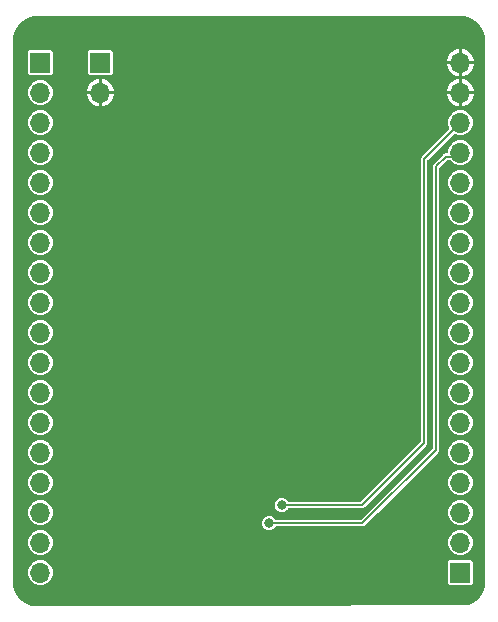
<source format=gbl>
%TF.GenerationSoftware,KiCad,Pcbnew,7.0.0-da2b9df05c~163~ubuntu20.04.1*%
%TF.CreationDate,2023-05-09T10:41:34+01:00*%
%TF.ProjectId,KiCAD_Board_3_Minimal_Full_RP2040,4b694341-445f-4426-9f61-72645f335f4d,rev?*%
%TF.SameCoordinates,Original*%
%TF.FileFunction,Copper,L2,Bot*%
%TF.FilePolarity,Positive*%
%FSLAX46Y46*%
G04 Gerber Fmt 4.6, Leading zero omitted, Abs format (unit mm)*
G04 Created by KiCad (PCBNEW 7.0.0-da2b9df05c~163~ubuntu20.04.1) date 2023-05-09 10:41:34*
%MOMM*%
%LPD*%
G01*
G04 APERTURE LIST*
%TA.AperFunction,ComponentPad*%
%ADD10R,1.700000X1.700000*%
%TD*%
%TA.AperFunction,ComponentPad*%
%ADD11O,1.700000X1.700000*%
%TD*%
%TA.AperFunction,ViaPad*%
%ADD12C,0.800000*%
%TD*%
%TA.AperFunction,Conductor*%
%ADD13C,0.150000*%
%TD*%
G04 APERTURE END LIST*
D10*
%TO.P,J3,1,Pin_1*%
%TO.N,/GPIO_0*%
X101599999Y-43179999D03*
D11*
%TO.P,J3,2,Pin_2*%
%TO.N,/GPIO_1*%
X101599999Y-45719999D03*
%TO.P,J3,3,Pin_3*%
%TO.N,/GPIO_2*%
X101599999Y-48259999D03*
%TO.P,J3,4,Pin_4*%
%TO.N,/GPIO_3*%
X101599999Y-50799999D03*
%TO.P,J3,5,Pin_5*%
%TO.N,/GPIO_4*%
X101599999Y-53339999D03*
%TO.P,J3,6,Pin_6*%
%TO.N,/GPIO_5*%
X101599999Y-55879999D03*
%TO.P,J3,7,Pin_7*%
%TO.N,/GPIO_6*%
X101599999Y-58419999D03*
%TO.P,J3,8,Pin_8*%
%TO.N,/GPIO_7*%
X101599999Y-60959999D03*
%TO.P,J3,9,Pin_9*%
%TO.N,/GPIO_8*%
X101599999Y-63499999D03*
%TO.P,J3,10,Pin_10*%
%TO.N,/GPIO_9*%
X101599999Y-66039999D03*
%TO.P,J3,11,Pin_11*%
%TO.N,/GPIO_10*%
X101599999Y-68579999D03*
%TO.P,J3,12,Pin_12*%
%TO.N,/GPIO_11*%
X101599999Y-71119999D03*
%TO.P,J3,13,Pin_13*%
%TO.N,/GPIO_12*%
X101599999Y-73659999D03*
%TO.P,J3,14,Pin_14*%
%TO.N,/GPIO_13*%
X101599999Y-76199999D03*
%TO.P,J3,15,Pin_15*%
%TO.N,/GPIO_14*%
X101599999Y-78739999D03*
%TO.P,J3,16,Pin_16*%
%TO.N,/GPIO_15*%
X101599999Y-81279999D03*
%TO.P,J3,17,Pin_17*%
%TO.N,/RUN*%
X101599999Y-83819999D03*
%TO.P,J3,18,Pin_18*%
%TO.N,+3.3V*%
X101599999Y-86359999D03*
%TD*%
D10*
%TO.P,J1,1,Pin_1*%
%TO.N,Net-(J1-Pin_1)*%
X106679999Y-43179999D03*
D11*
%TO.P,J1,2,Pin_2*%
%TO.N,GND*%
X106679999Y-45719999D03*
%TD*%
D10*
%TO.P,J5,1,Pin_1*%
%TO.N,/GPIO_16*%
X137159999Y-86359999D03*
D11*
%TO.P,J5,2,Pin_2*%
%TO.N,/GPIO_17*%
X137159999Y-83819999D03*
%TO.P,J5,3,Pin_3*%
%TO.N,/GPIO_18*%
X137159999Y-81279999D03*
%TO.P,J5,4,Pin_4*%
%TO.N,/GPIO_19*%
X137159999Y-78739999D03*
%TO.P,J5,5,Pin_5*%
%TO.N,/GPIO_20*%
X137159999Y-76199999D03*
%TO.P,J5,6,Pin_6*%
%TO.N,/GPIO_21*%
X137159999Y-73659999D03*
%TO.P,J5,7,Pin_7*%
%TO.N,/GPIO_22*%
X137159999Y-71119999D03*
%TO.P,J5,8,Pin_8*%
%TO.N,/GPIO_23*%
X137159999Y-68579999D03*
%TO.P,J5,9,Pin_9*%
%TO.N,/GPIO_24*%
X137159999Y-66039999D03*
%TO.P,J5,10,Pin_10*%
%TO.N,/GPIO_25*%
X137159999Y-63499999D03*
%TO.P,J5,11,Pin_11*%
%TO.N,/GPIO_26_ADC0*%
X137159999Y-60959999D03*
%TO.P,J5,12,Pin_12*%
%TO.N,/GPIO_26_ADC1*%
X137159999Y-58419999D03*
%TO.P,J5,13,Pin_13*%
%TO.N,/GPIO_26_ADC2*%
X137159999Y-55879999D03*
%TO.P,J5,14,Pin_14*%
%TO.N,/GPIO_26_ADC3*%
X137159999Y-53339999D03*
%TO.P,J5,15,Pin_15*%
%TO.N,/SWCLK*%
X137159999Y-50799999D03*
%TO.P,J5,16,Pin_16*%
%TO.N,/SWD*%
X137159999Y-48259999D03*
%TO.P,J5,17,Pin_17*%
%TO.N,GND*%
X137159999Y-45719999D03*
%TO.P,J5,18,Pin_18*%
X137159999Y-43179999D03*
%TD*%
D12*
%TO.N,GND*%
X118800000Y-83410000D03*
X120050000Y-81550000D03*
X125150000Y-65980000D03*
X117875000Y-72275000D03*
X108975000Y-72025000D03*
X119010000Y-81270000D03*
X114150000Y-49900000D03*
X116650000Y-63940000D03*
X127640000Y-42720000D03*
X114925000Y-80050000D03*
X122780000Y-65980000D03*
X127950000Y-74125000D03*
X117850000Y-74375000D03*
X119975000Y-74375000D03*
X119950000Y-72250000D03*
X118140000Y-63940000D03*
X110000000Y-83375000D03*
X130450000Y-59720000D03*
X119000000Y-73275000D03*
X111475000Y-67575000D03*
X129575000Y-45175000D03*
X108825000Y-58925000D03*
X123960000Y-65980000D03*
X117250000Y-83420000D03*
X121590000Y-65950000D03*
X125800000Y-41825000D03*
X114690000Y-44070000D03*
X113700000Y-41800000D03*
%TO.N,/SWCLK*%
X120960000Y-82180000D03*
%TO.N,/SWD*%
X122040000Y-80650000D03*
%TD*%
D13*
%TO.N,/SWCLK*%
X128860000Y-82180000D02*
X135090000Y-75950000D01*
X135910000Y-51150000D02*
X136810000Y-51150000D01*
X135090000Y-75950000D02*
X135090000Y-51970000D01*
X136810000Y-51150000D02*
X137160000Y-50800000D01*
X135090000Y-51970000D02*
X135910000Y-51150000D01*
X120960000Y-82180000D02*
X128860000Y-82180000D01*
%TO.N,/SWD*%
X134080000Y-51340000D02*
X137160000Y-48260000D01*
X122040000Y-80650000D02*
X128830000Y-80650000D01*
X128830000Y-80650000D02*
X134080000Y-75400000D01*
X134080000Y-75400000D02*
X134080000Y-51340000D01*
%TD*%
%TA.AperFunction,Conductor*%
%TO.N,GND*%
G36*
X137177939Y-39220534D02*
G01*
X137184699Y-39220704D01*
X137281354Y-39223149D01*
X137286315Y-39223399D01*
X137387145Y-39231066D01*
X137392079Y-39231566D01*
X137491389Y-39244186D01*
X137496286Y-39244933D01*
X137591065Y-39261860D01*
X137593994Y-39262383D01*
X137598850Y-39263376D01*
X137693118Y-39285133D01*
X137694799Y-39285521D01*
X137699578Y-39286750D01*
X137793682Y-39313472D01*
X137798361Y-39314927D01*
X137890505Y-39346105D01*
X137895053Y-39347769D01*
X137985136Y-39383287D01*
X137989583Y-39385167D01*
X138077470Y-39424900D01*
X138081805Y-39426989D01*
X138164708Y-39469449D01*
X138167324Y-39470789D01*
X138171542Y-39473080D01*
X138254619Y-39520848D01*
X138258701Y-39523328D01*
X138339204Y-39574937D01*
X138343135Y-39577592D01*
X138343149Y-39577602D01*
X138420928Y-39632913D01*
X138424724Y-39635752D01*
X138499678Y-39694654D01*
X138503327Y-39697666D01*
X138575323Y-39760031D01*
X138578818Y-39763207D01*
X138647752Y-39828929D01*
X138651091Y-39832268D01*
X138716774Y-39901161D01*
X138719950Y-39904655D01*
X138782337Y-39976676D01*
X138785344Y-39980320D01*
X138844252Y-40055281D01*
X138847078Y-40059059D01*
X138902414Y-40136875D01*
X138905063Y-40140796D01*
X138956671Y-40221298D01*
X138959152Y-40225381D01*
X139006920Y-40308459D01*
X139009210Y-40312676D01*
X139053006Y-40398187D01*
X139055100Y-40402534D01*
X139094825Y-40490403D01*
X139096704Y-40494844D01*
X139132225Y-40584931D01*
X139133902Y-40589515D01*
X139165070Y-40681631D01*
X139166528Y-40686318D01*
X139193257Y-40780446D01*
X139194486Y-40785226D01*
X139216623Y-40881145D01*
X139217617Y-40886004D01*
X139235064Y-40983704D01*
X139235816Y-40988628D01*
X139248431Y-41087899D01*
X139248936Y-41092874D01*
X139256599Y-41193665D01*
X139256852Y-41198666D01*
X139259468Y-41302063D01*
X139259500Y-41304567D01*
X139259500Y-87135431D01*
X139259468Y-87137935D01*
X139256852Y-87241331D01*
X139256599Y-87246332D01*
X139248936Y-87347123D01*
X139248431Y-87352098D01*
X139235816Y-87451371D01*
X139235064Y-87456296D01*
X139217617Y-87553991D01*
X139216623Y-87558848D01*
X139194486Y-87654770D01*
X139193257Y-87659551D01*
X139166528Y-87753679D01*
X139165070Y-87758366D01*
X139133902Y-87850482D01*
X139132225Y-87855065D01*
X139118080Y-87890940D01*
X139096712Y-87945135D01*
X139094829Y-87949588D01*
X139055105Y-88037456D01*
X139053010Y-88041803D01*
X139009210Y-88127322D01*
X139006920Y-88131539D01*
X138959158Y-88214607D01*
X138956677Y-88218691D01*
X138905062Y-88299202D01*
X138902398Y-88303144D01*
X138847094Y-88380915D01*
X138844255Y-88384712D01*
X138785346Y-88459675D01*
X138782334Y-88463324D01*
X138719950Y-88535342D01*
X138716774Y-88538837D01*
X138651091Y-88607730D01*
X138647752Y-88611069D01*
X138578818Y-88676791D01*
X138575323Y-88679967D01*
X138503327Y-88742332D01*
X138499678Y-88745344D01*
X138424724Y-88804246D01*
X138420928Y-88807085D01*
X138343148Y-88862397D01*
X138339204Y-88865061D01*
X138258701Y-88916670D01*
X138254619Y-88919150D01*
X138171542Y-88966918D01*
X138167324Y-88969209D01*
X138081815Y-89013004D01*
X138077468Y-89015099D01*
X137989594Y-89054826D01*
X137985124Y-89056716D01*
X137895083Y-89092217D01*
X137890498Y-89093895D01*
X137863391Y-89103066D01*
X137832213Y-89108286D01*
X117802442Y-89219496D01*
X117801892Y-89219498D01*
X101344565Y-89219498D01*
X101342061Y-89219466D01*
X101238664Y-89216850D01*
X101233662Y-89216597D01*
X101132868Y-89208933D01*
X101127896Y-89208428D01*
X101028634Y-89195816D01*
X101023707Y-89195064D01*
X100925998Y-89177614D01*
X100921140Y-89176620D01*
X100847983Y-89159736D01*
X100825220Y-89154482D01*
X100820444Y-89153255D01*
X100726316Y-89126526D01*
X100721629Y-89125068D01*
X100629517Y-89093901D01*
X100624934Y-89092224D01*
X100534875Y-89056716D01*
X100530405Y-89054825D01*
X100442532Y-89015098D01*
X100438185Y-89013004D01*
X100352674Y-88969208D01*
X100348457Y-88966918D01*
X100265389Y-88919156D01*
X100261305Y-88916675D01*
X100180794Y-88865060D01*
X100176852Y-88862396D01*
X100099081Y-88807092D01*
X100095284Y-88804253D01*
X100020321Y-88745344D01*
X100016672Y-88742332D01*
X99944654Y-88679948D01*
X99941159Y-88676772D01*
X99872266Y-88611089D01*
X99868927Y-88607750D01*
X99803207Y-88538818D01*
X99800030Y-88535323D01*
X99737662Y-88463322D01*
X99734652Y-88459674D01*
X99675751Y-88384722D01*
X99672911Y-88380925D01*
X99617599Y-88303145D01*
X99617598Y-88303144D01*
X99617590Y-88303132D01*
X99614935Y-88299201D01*
X99563326Y-88218698D01*
X99560846Y-88214616D01*
X99552721Y-88200485D01*
X99513072Y-88131529D01*
X99510800Y-88127346D01*
X99466982Y-88041792D01*
X99464890Y-88037448D01*
X99425177Y-87949603D01*
X99423295Y-87945153D01*
X99387778Y-87855076D01*
X99386101Y-87850494D01*
X99354926Y-87758360D01*
X99353468Y-87753672D01*
X99326748Y-87659574D01*
X99325519Y-87654795D01*
X99303374Y-87558845D01*
X99302380Y-87553986D01*
X99284928Y-87456263D01*
X99284185Y-87451396D01*
X99271565Y-87352078D01*
X99271064Y-87347140D01*
X99263397Y-87246310D01*
X99263147Y-87241349D01*
X99260532Y-87137933D01*
X99260500Y-87135431D01*
X99260500Y-86360000D01*
X100544417Y-86360000D01*
X100564700Y-86565934D01*
X100624768Y-86763954D01*
X100627062Y-86768246D01*
X100627063Y-86768248D01*
X100720023Y-86942163D01*
X100720025Y-86942166D01*
X100722315Y-86946450D01*
X100853590Y-87106410D01*
X101013550Y-87237685D01*
X101196046Y-87335232D01*
X101394066Y-87395300D01*
X101600000Y-87415583D01*
X101805934Y-87395300D01*
X102003954Y-87335232D01*
X102186450Y-87237685D01*
X102196121Y-87229748D01*
X136109500Y-87229748D01*
X136110446Y-87234506D01*
X136110447Y-87234511D01*
X136119230Y-87278666D01*
X136121133Y-87288231D01*
X136126550Y-87296338D01*
X136126551Y-87296340D01*
X136160028Y-87346441D01*
X136165448Y-87354552D01*
X136231769Y-87398867D01*
X136290252Y-87410500D01*
X138024890Y-87410500D01*
X138029748Y-87410500D01*
X138088231Y-87398867D01*
X138154552Y-87354552D01*
X138198867Y-87288231D01*
X138210500Y-87229748D01*
X138210500Y-85490252D01*
X138198867Y-85431769D01*
X138154552Y-85365448D01*
X138146441Y-85360028D01*
X138096340Y-85326551D01*
X138096338Y-85326550D01*
X138088231Y-85321133D01*
X138078667Y-85319230D01*
X138078666Y-85319230D01*
X138034511Y-85310447D01*
X138034506Y-85310446D01*
X138029748Y-85309500D01*
X136290252Y-85309500D01*
X136285494Y-85310446D01*
X136285488Y-85310447D01*
X136241333Y-85319230D01*
X136241330Y-85319231D01*
X136231769Y-85321133D01*
X136223663Y-85326549D01*
X136223659Y-85326551D01*
X136173558Y-85360028D01*
X136173555Y-85360030D01*
X136165448Y-85365448D01*
X136160030Y-85373555D01*
X136160028Y-85373558D01*
X136126551Y-85423659D01*
X136126549Y-85423663D01*
X136121133Y-85431769D01*
X136119231Y-85441330D01*
X136119230Y-85441333D01*
X136110447Y-85485488D01*
X136110446Y-85485494D01*
X136109500Y-85490252D01*
X136109500Y-87229748D01*
X102196121Y-87229748D01*
X102346410Y-87106410D01*
X102477685Y-86946450D01*
X102575232Y-86763954D01*
X102635300Y-86565934D01*
X102655583Y-86360000D01*
X102635300Y-86154066D01*
X102575232Y-85956046D01*
X102477685Y-85773550D01*
X102346410Y-85613590D01*
X102186450Y-85482315D01*
X102182166Y-85480025D01*
X102182163Y-85480023D01*
X102008248Y-85387063D01*
X102008246Y-85387062D01*
X102003954Y-85384768D01*
X101999293Y-85383354D01*
X101810590Y-85326112D01*
X101810586Y-85326111D01*
X101805934Y-85324700D01*
X101600000Y-85304417D01*
X101595157Y-85304894D01*
X101398908Y-85324223D01*
X101398907Y-85324223D01*
X101394066Y-85324700D01*
X101389415Y-85326110D01*
X101389409Y-85326112D01*
X101200706Y-85383354D01*
X101200702Y-85383355D01*
X101196046Y-85384768D01*
X101191757Y-85387060D01*
X101191751Y-85387063D01*
X101017836Y-85480023D01*
X101017828Y-85480028D01*
X101013550Y-85482315D01*
X101009796Y-85485394D01*
X101009791Y-85485399D01*
X100857354Y-85610500D01*
X100857348Y-85610505D01*
X100853590Y-85613590D01*
X100850505Y-85617348D01*
X100850500Y-85617354D01*
X100725399Y-85769791D01*
X100725394Y-85769796D01*
X100722315Y-85773550D01*
X100720028Y-85777828D01*
X100720023Y-85777836D01*
X100627063Y-85951751D01*
X100627060Y-85951757D01*
X100624768Y-85956046D01*
X100623355Y-85960702D01*
X100623354Y-85960706D01*
X100566112Y-86149409D01*
X100566110Y-86149415D01*
X100564700Y-86154066D01*
X100544417Y-86360000D01*
X99260500Y-86360000D01*
X99260500Y-83820000D01*
X100544417Y-83820000D01*
X100564700Y-84025934D01*
X100624768Y-84223954D01*
X100627062Y-84228246D01*
X100627063Y-84228248D01*
X100720023Y-84402163D01*
X100720025Y-84402166D01*
X100722315Y-84406450D01*
X100853590Y-84566410D01*
X101013550Y-84697685D01*
X101196046Y-84795232D01*
X101394066Y-84855300D01*
X101600000Y-84875583D01*
X101805934Y-84855300D01*
X102003954Y-84795232D01*
X102186450Y-84697685D01*
X102346410Y-84566410D01*
X102477685Y-84406450D01*
X102575232Y-84223954D01*
X102635300Y-84025934D01*
X102655583Y-83820000D01*
X136104417Y-83820000D01*
X136124700Y-84025934D01*
X136184768Y-84223954D01*
X136187062Y-84228246D01*
X136187063Y-84228248D01*
X136280023Y-84402163D01*
X136280025Y-84402166D01*
X136282315Y-84406450D01*
X136413590Y-84566410D01*
X136573550Y-84697685D01*
X136756046Y-84795232D01*
X136954066Y-84855300D01*
X137160000Y-84875583D01*
X137365934Y-84855300D01*
X137563954Y-84795232D01*
X137746450Y-84697685D01*
X137906410Y-84566410D01*
X138037685Y-84406450D01*
X138135232Y-84223954D01*
X138195300Y-84025934D01*
X138215583Y-83820000D01*
X138195300Y-83614066D01*
X138135232Y-83416046D01*
X138037685Y-83233550D01*
X137906410Y-83073590D01*
X137746450Y-82942315D01*
X137742166Y-82940025D01*
X137742163Y-82940023D01*
X137568248Y-82847063D01*
X137568246Y-82847062D01*
X137563954Y-82844768D01*
X137559293Y-82843354D01*
X137370590Y-82786112D01*
X137370586Y-82786111D01*
X137365934Y-82784700D01*
X137160000Y-82764417D01*
X137155157Y-82764894D01*
X136958908Y-82784223D01*
X136958907Y-82784223D01*
X136954066Y-82784700D01*
X136949415Y-82786110D01*
X136949409Y-82786112D01*
X136760706Y-82843354D01*
X136760702Y-82843355D01*
X136756046Y-82844768D01*
X136751757Y-82847060D01*
X136751751Y-82847063D01*
X136577836Y-82940023D01*
X136577828Y-82940028D01*
X136573550Y-82942315D01*
X136569796Y-82945394D01*
X136569791Y-82945399D01*
X136417354Y-83070500D01*
X136417348Y-83070505D01*
X136413590Y-83073590D01*
X136410505Y-83077348D01*
X136410500Y-83077354D01*
X136285399Y-83229791D01*
X136285394Y-83229796D01*
X136282315Y-83233550D01*
X136280028Y-83237828D01*
X136280023Y-83237836D01*
X136187063Y-83411751D01*
X136187060Y-83411757D01*
X136184768Y-83416046D01*
X136183355Y-83420702D01*
X136183354Y-83420706D01*
X136126112Y-83609409D01*
X136126110Y-83609415D01*
X136124700Y-83614066D01*
X136104417Y-83820000D01*
X102655583Y-83820000D01*
X102635300Y-83614066D01*
X102575232Y-83416046D01*
X102477685Y-83233550D01*
X102346410Y-83073590D01*
X102186450Y-82942315D01*
X102182166Y-82940025D01*
X102182163Y-82940023D01*
X102008248Y-82847063D01*
X102008246Y-82847062D01*
X102003954Y-82844768D01*
X101999293Y-82843354D01*
X101810590Y-82786112D01*
X101810586Y-82786111D01*
X101805934Y-82784700D01*
X101600000Y-82764417D01*
X101595157Y-82764894D01*
X101398908Y-82784223D01*
X101398907Y-82784223D01*
X101394066Y-82784700D01*
X101389415Y-82786110D01*
X101389409Y-82786112D01*
X101200706Y-82843354D01*
X101200702Y-82843355D01*
X101196046Y-82844768D01*
X101191757Y-82847060D01*
X101191751Y-82847063D01*
X101017836Y-82940023D01*
X101017828Y-82940028D01*
X101013550Y-82942315D01*
X101009796Y-82945394D01*
X101009791Y-82945399D01*
X100857354Y-83070500D01*
X100857348Y-83070505D01*
X100853590Y-83073590D01*
X100850505Y-83077348D01*
X100850500Y-83077354D01*
X100725399Y-83229791D01*
X100725394Y-83229796D01*
X100722315Y-83233550D01*
X100720028Y-83237828D01*
X100720023Y-83237836D01*
X100627063Y-83411751D01*
X100627060Y-83411757D01*
X100624768Y-83416046D01*
X100623355Y-83420702D01*
X100623354Y-83420706D01*
X100566112Y-83609409D01*
X100566110Y-83609415D01*
X100564700Y-83614066D01*
X100544417Y-83820000D01*
X99260500Y-83820000D01*
X99260500Y-81280000D01*
X100544417Y-81280000D01*
X100564700Y-81485934D01*
X100566111Y-81490586D01*
X100566112Y-81490590D01*
X100615372Y-81652980D01*
X100624768Y-81683954D01*
X100627062Y-81688246D01*
X100627063Y-81688248D01*
X100720023Y-81862163D01*
X100720025Y-81862166D01*
X100722315Y-81866450D01*
X100725398Y-81870207D01*
X100725399Y-81870208D01*
X100745162Y-81894290D01*
X100853590Y-82026410D01*
X101013550Y-82157685D01*
X101196046Y-82255232D01*
X101394066Y-82315300D01*
X101600000Y-82335583D01*
X101805934Y-82315300D01*
X102003954Y-82255232D01*
X102144702Y-82180000D01*
X120354318Y-82180000D01*
X120355165Y-82186434D01*
X120374108Y-82330326D01*
X120374109Y-82330331D01*
X120374956Y-82336762D01*
X120377439Y-82342758D01*
X120377440Y-82342759D01*
X120425586Y-82458995D01*
X120435464Y-82482841D01*
X120531718Y-82608282D01*
X120657159Y-82704536D01*
X120803238Y-82765044D01*
X120923335Y-82780855D01*
X120948917Y-82784223D01*
X120960000Y-82785682D01*
X120971083Y-82784223D01*
X120985569Y-82782315D01*
X121116762Y-82765044D01*
X121262841Y-82704536D01*
X121388282Y-82608282D01*
X121475794Y-82494233D01*
X121510550Y-82465710D01*
X121554337Y-82455500D01*
X128823116Y-82455500D01*
X128842428Y-82457401D01*
X128860000Y-82460897D01*
X128887132Y-82455500D01*
X128887133Y-82455500D01*
X128967495Y-82439515D01*
X129009465Y-82411471D01*
X129035622Y-82393994D01*
X129035623Y-82393992D01*
X129058624Y-82378624D01*
X129068575Y-82363729D01*
X129080882Y-82348732D01*
X130149614Y-81280000D01*
X136104417Y-81280000D01*
X136124700Y-81485934D01*
X136126111Y-81490586D01*
X136126112Y-81490590D01*
X136175372Y-81652980D01*
X136184768Y-81683954D01*
X136187062Y-81688246D01*
X136187063Y-81688248D01*
X136280023Y-81862163D01*
X136280025Y-81862166D01*
X136282315Y-81866450D01*
X136285398Y-81870207D01*
X136285399Y-81870208D01*
X136305162Y-81894290D01*
X136413590Y-82026410D01*
X136573550Y-82157685D01*
X136756046Y-82255232D01*
X136954066Y-82315300D01*
X137160000Y-82335583D01*
X137365934Y-82315300D01*
X137563954Y-82255232D01*
X137746450Y-82157685D01*
X137906410Y-82026410D01*
X138037685Y-81866450D01*
X138135232Y-81683954D01*
X138195300Y-81485934D01*
X138215583Y-81280000D01*
X138195300Y-81074066D01*
X138135232Y-80876046D01*
X138037685Y-80693550D01*
X137906410Y-80533590D01*
X137746450Y-80402315D01*
X137742166Y-80400025D01*
X137742163Y-80400023D01*
X137568248Y-80307063D01*
X137568246Y-80307062D01*
X137563954Y-80304768D01*
X137559293Y-80303354D01*
X137370590Y-80246112D01*
X137370586Y-80246111D01*
X137365934Y-80244700D01*
X137160000Y-80224417D01*
X137155157Y-80224894D01*
X136958908Y-80244223D01*
X136958907Y-80244223D01*
X136954066Y-80244700D01*
X136949415Y-80246110D01*
X136949409Y-80246112D01*
X136760706Y-80303354D01*
X136760702Y-80303355D01*
X136756046Y-80304768D01*
X136751757Y-80307060D01*
X136751751Y-80307063D01*
X136577836Y-80400023D01*
X136577828Y-80400028D01*
X136573550Y-80402315D01*
X136569796Y-80405394D01*
X136569791Y-80405399D01*
X136417354Y-80530500D01*
X136417348Y-80530505D01*
X136413590Y-80533590D01*
X136410505Y-80537348D01*
X136410500Y-80537354D01*
X136285399Y-80689791D01*
X136285394Y-80689796D01*
X136282315Y-80693550D01*
X136280028Y-80697828D01*
X136280023Y-80697836D01*
X136187063Y-80871751D01*
X136187060Y-80871757D01*
X136184768Y-80876046D01*
X136183355Y-80880702D01*
X136183354Y-80880706D01*
X136126112Y-81069409D01*
X136126110Y-81069415D01*
X136124700Y-81074066D01*
X136104417Y-81280000D01*
X130149614Y-81280000D01*
X132689613Y-78740000D01*
X136104417Y-78740000D01*
X136124700Y-78945934D01*
X136184768Y-79143954D01*
X136187062Y-79148246D01*
X136187063Y-79148248D01*
X136280023Y-79322163D01*
X136280025Y-79322166D01*
X136282315Y-79326450D01*
X136413590Y-79486410D01*
X136573550Y-79617685D01*
X136756046Y-79715232D01*
X136954066Y-79775300D01*
X137160000Y-79795583D01*
X137365934Y-79775300D01*
X137563954Y-79715232D01*
X137746450Y-79617685D01*
X137906410Y-79486410D01*
X138037685Y-79326450D01*
X138135232Y-79143954D01*
X138195300Y-78945934D01*
X138215583Y-78740000D01*
X138195300Y-78534066D01*
X138135232Y-78336046D01*
X138037685Y-78153550D01*
X137906410Y-77993590D01*
X137746450Y-77862315D01*
X137742166Y-77860025D01*
X137742163Y-77860023D01*
X137568248Y-77767063D01*
X137568246Y-77767062D01*
X137563954Y-77764768D01*
X137559293Y-77763354D01*
X137370590Y-77706112D01*
X137370586Y-77706111D01*
X137365934Y-77704700D01*
X137160000Y-77684417D01*
X137155157Y-77684894D01*
X136958908Y-77704223D01*
X136958907Y-77704223D01*
X136954066Y-77704700D01*
X136949415Y-77706110D01*
X136949409Y-77706112D01*
X136760706Y-77763354D01*
X136760702Y-77763355D01*
X136756046Y-77764768D01*
X136751757Y-77767060D01*
X136751751Y-77767063D01*
X136577836Y-77860023D01*
X136577828Y-77860028D01*
X136573550Y-77862315D01*
X136569796Y-77865394D01*
X136569791Y-77865399D01*
X136417354Y-77990500D01*
X136417348Y-77990505D01*
X136413590Y-77993590D01*
X136410505Y-77997348D01*
X136410500Y-77997354D01*
X136285399Y-78149791D01*
X136285394Y-78149796D01*
X136282315Y-78153550D01*
X136280028Y-78157828D01*
X136280023Y-78157836D01*
X136187063Y-78331751D01*
X136187060Y-78331757D01*
X136184768Y-78336046D01*
X136183355Y-78340702D01*
X136183354Y-78340706D01*
X136126112Y-78529409D01*
X136126110Y-78529415D01*
X136124700Y-78534066D01*
X136104417Y-78740000D01*
X132689613Y-78740000D01*
X135229613Y-76200000D01*
X136104417Y-76200000D01*
X136124700Y-76405934D01*
X136184768Y-76603954D01*
X136187062Y-76608246D01*
X136187063Y-76608248D01*
X136280023Y-76782163D01*
X136280025Y-76782166D01*
X136282315Y-76786450D01*
X136413590Y-76946410D01*
X136573550Y-77077685D01*
X136756046Y-77175232D01*
X136954066Y-77235300D01*
X137160000Y-77255583D01*
X137365934Y-77235300D01*
X137563954Y-77175232D01*
X137746450Y-77077685D01*
X137906410Y-76946410D01*
X138037685Y-76786450D01*
X138135232Y-76603954D01*
X138195300Y-76405934D01*
X138215583Y-76200000D01*
X138195300Y-75994066D01*
X138135232Y-75796046D01*
X138037685Y-75613550D01*
X137906410Y-75453590D01*
X137852761Y-75409562D01*
X137750208Y-75325399D01*
X137750207Y-75325398D01*
X137746450Y-75322315D01*
X137742166Y-75320025D01*
X137742163Y-75320023D01*
X137568248Y-75227063D01*
X137568246Y-75227062D01*
X137563954Y-75224768D01*
X137559293Y-75223354D01*
X137370590Y-75166112D01*
X137370586Y-75166111D01*
X137365934Y-75164700D01*
X137160000Y-75144417D01*
X137155157Y-75144894D01*
X136958908Y-75164223D01*
X136958907Y-75164223D01*
X136954066Y-75164700D01*
X136949415Y-75166110D01*
X136949409Y-75166112D01*
X136760706Y-75223354D01*
X136760702Y-75223355D01*
X136756046Y-75224768D01*
X136751757Y-75227060D01*
X136751751Y-75227063D01*
X136577836Y-75320023D01*
X136577828Y-75320028D01*
X136573550Y-75322315D01*
X136569796Y-75325394D01*
X136569791Y-75325399D01*
X136417354Y-75450500D01*
X136417348Y-75450505D01*
X136413590Y-75453590D01*
X136410505Y-75457348D01*
X136410500Y-75457354D01*
X136285399Y-75609791D01*
X136285394Y-75609796D01*
X136282315Y-75613550D01*
X136280028Y-75617828D01*
X136280023Y-75617836D01*
X136187063Y-75791751D01*
X136187060Y-75791757D01*
X136184768Y-75796046D01*
X136183355Y-75800702D01*
X136183354Y-75800706D01*
X136126112Y-75989409D01*
X136126110Y-75989415D01*
X136124700Y-75994066D01*
X136104417Y-76200000D01*
X135229613Y-76200000D01*
X135258729Y-76170884D01*
X135273726Y-76158577D01*
X135288624Y-76148624D01*
X135349515Y-76057495D01*
X135365500Y-75977133D01*
X135365500Y-75977129D01*
X135370896Y-75950000D01*
X135367401Y-75932433D01*
X135365500Y-75913121D01*
X135365500Y-73660000D01*
X136104417Y-73660000D01*
X136124700Y-73865934D01*
X136184768Y-74063954D01*
X136187062Y-74068246D01*
X136187063Y-74068248D01*
X136280023Y-74242163D01*
X136280025Y-74242166D01*
X136282315Y-74246450D01*
X136413590Y-74406410D01*
X136573550Y-74537685D01*
X136756046Y-74635232D01*
X136954066Y-74695300D01*
X137160000Y-74715583D01*
X137365934Y-74695300D01*
X137563954Y-74635232D01*
X137746450Y-74537685D01*
X137906410Y-74406410D01*
X138037685Y-74246450D01*
X138135232Y-74063954D01*
X138195300Y-73865934D01*
X138215583Y-73660000D01*
X138195300Y-73454066D01*
X138135232Y-73256046D01*
X138037685Y-73073550D01*
X137906410Y-72913590D01*
X137746450Y-72782315D01*
X137742166Y-72780025D01*
X137742163Y-72780023D01*
X137568248Y-72687063D01*
X137568246Y-72687062D01*
X137563954Y-72684768D01*
X137559293Y-72683354D01*
X137370590Y-72626112D01*
X137370586Y-72626111D01*
X137365934Y-72624700D01*
X137160000Y-72604417D01*
X137155157Y-72604894D01*
X136958908Y-72624223D01*
X136958907Y-72624223D01*
X136954066Y-72624700D01*
X136949415Y-72626110D01*
X136949409Y-72626112D01*
X136760706Y-72683354D01*
X136760702Y-72683355D01*
X136756046Y-72684768D01*
X136751757Y-72687060D01*
X136751751Y-72687063D01*
X136577836Y-72780023D01*
X136577828Y-72780028D01*
X136573550Y-72782315D01*
X136569796Y-72785394D01*
X136569791Y-72785399D01*
X136417354Y-72910500D01*
X136417348Y-72910505D01*
X136413590Y-72913590D01*
X136410505Y-72917348D01*
X136410500Y-72917354D01*
X136285399Y-73069791D01*
X136285394Y-73069796D01*
X136282315Y-73073550D01*
X136280028Y-73077828D01*
X136280023Y-73077836D01*
X136187063Y-73251751D01*
X136187060Y-73251757D01*
X136184768Y-73256046D01*
X136183355Y-73260702D01*
X136183354Y-73260706D01*
X136126112Y-73449409D01*
X136126110Y-73449415D01*
X136124700Y-73454066D01*
X136104417Y-73660000D01*
X135365500Y-73660000D01*
X135365500Y-71120000D01*
X136104417Y-71120000D01*
X136124700Y-71325934D01*
X136184768Y-71523954D01*
X136187062Y-71528246D01*
X136187063Y-71528248D01*
X136280023Y-71702163D01*
X136280025Y-71702166D01*
X136282315Y-71706450D01*
X136413590Y-71866410D01*
X136573550Y-71997685D01*
X136756046Y-72095232D01*
X136954066Y-72155300D01*
X137160000Y-72175583D01*
X137365934Y-72155300D01*
X137563954Y-72095232D01*
X137746450Y-71997685D01*
X137906410Y-71866410D01*
X138037685Y-71706450D01*
X138135232Y-71523954D01*
X138195300Y-71325934D01*
X138215583Y-71120000D01*
X138195300Y-70914066D01*
X138135232Y-70716046D01*
X138037685Y-70533550D01*
X137906410Y-70373590D01*
X137746450Y-70242315D01*
X137742166Y-70240025D01*
X137742163Y-70240023D01*
X137568248Y-70147063D01*
X137568246Y-70147062D01*
X137563954Y-70144768D01*
X137559293Y-70143354D01*
X137370590Y-70086112D01*
X137370586Y-70086111D01*
X137365934Y-70084700D01*
X137160000Y-70064417D01*
X137155157Y-70064894D01*
X136958908Y-70084223D01*
X136958907Y-70084223D01*
X136954066Y-70084700D01*
X136949415Y-70086110D01*
X136949409Y-70086112D01*
X136760706Y-70143354D01*
X136760702Y-70143355D01*
X136756046Y-70144768D01*
X136751757Y-70147060D01*
X136751751Y-70147063D01*
X136577836Y-70240023D01*
X136577828Y-70240028D01*
X136573550Y-70242315D01*
X136569796Y-70245394D01*
X136569791Y-70245399D01*
X136417354Y-70370500D01*
X136417348Y-70370505D01*
X136413590Y-70373590D01*
X136410505Y-70377348D01*
X136410500Y-70377354D01*
X136285399Y-70529791D01*
X136285394Y-70529796D01*
X136282315Y-70533550D01*
X136280028Y-70537828D01*
X136280023Y-70537836D01*
X136187063Y-70711751D01*
X136187060Y-70711757D01*
X136184768Y-70716046D01*
X136183355Y-70720702D01*
X136183354Y-70720706D01*
X136126112Y-70909409D01*
X136126110Y-70909415D01*
X136124700Y-70914066D01*
X136104417Y-71120000D01*
X135365500Y-71120000D01*
X135365500Y-68580000D01*
X136104417Y-68580000D01*
X136124700Y-68785934D01*
X136184768Y-68983954D01*
X136187062Y-68988246D01*
X136187063Y-68988248D01*
X136280023Y-69162163D01*
X136280025Y-69162166D01*
X136282315Y-69166450D01*
X136413590Y-69326410D01*
X136573550Y-69457685D01*
X136756046Y-69555232D01*
X136954066Y-69615300D01*
X137160000Y-69635583D01*
X137365934Y-69615300D01*
X137563954Y-69555232D01*
X137746450Y-69457685D01*
X137906410Y-69326410D01*
X138037685Y-69166450D01*
X138135232Y-68983954D01*
X138195300Y-68785934D01*
X138215583Y-68580000D01*
X138195300Y-68374066D01*
X138135232Y-68176046D01*
X138037685Y-67993550D01*
X137906410Y-67833590D01*
X137746450Y-67702315D01*
X137742166Y-67700025D01*
X137742163Y-67700023D01*
X137568248Y-67607063D01*
X137568246Y-67607062D01*
X137563954Y-67604768D01*
X137559293Y-67603354D01*
X137370590Y-67546112D01*
X137370586Y-67546111D01*
X137365934Y-67544700D01*
X137160000Y-67524417D01*
X137155157Y-67524894D01*
X136958908Y-67544223D01*
X136958907Y-67544223D01*
X136954066Y-67544700D01*
X136949415Y-67546110D01*
X136949409Y-67546112D01*
X136760706Y-67603354D01*
X136760702Y-67603355D01*
X136756046Y-67604768D01*
X136751757Y-67607060D01*
X136751751Y-67607063D01*
X136577836Y-67700023D01*
X136577828Y-67700028D01*
X136573550Y-67702315D01*
X136569796Y-67705394D01*
X136569791Y-67705399D01*
X136417354Y-67830500D01*
X136417348Y-67830505D01*
X136413590Y-67833590D01*
X136410505Y-67837348D01*
X136410500Y-67837354D01*
X136285399Y-67989791D01*
X136285394Y-67989796D01*
X136282315Y-67993550D01*
X136280028Y-67997828D01*
X136280023Y-67997836D01*
X136187063Y-68171751D01*
X136187060Y-68171757D01*
X136184768Y-68176046D01*
X136183355Y-68180702D01*
X136183354Y-68180706D01*
X136126112Y-68369409D01*
X136126110Y-68369415D01*
X136124700Y-68374066D01*
X136104417Y-68580000D01*
X135365500Y-68580000D01*
X135365500Y-66040000D01*
X136104417Y-66040000D01*
X136124700Y-66245934D01*
X136184768Y-66443954D01*
X136187062Y-66448246D01*
X136187063Y-66448248D01*
X136280023Y-66622163D01*
X136280025Y-66622166D01*
X136282315Y-66626450D01*
X136413590Y-66786410D01*
X136573550Y-66917685D01*
X136756046Y-67015232D01*
X136954066Y-67075300D01*
X137160000Y-67095583D01*
X137365934Y-67075300D01*
X137563954Y-67015232D01*
X137746450Y-66917685D01*
X137906410Y-66786410D01*
X138037685Y-66626450D01*
X138135232Y-66443954D01*
X138195300Y-66245934D01*
X138215583Y-66040000D01*
X138195300Y-65834066D01*
X138135232Y-65636046D01*
X138037685Y-65453550D01*
X137906410Y-65293590D01*
X137746450Y-65162315D01*
X137742166Y-65160025D01*
X137742163Y-65160023D01*
X137568248Y-65067063D01*
X137568246Y-65067062D01*
X137563954Y-65064768D01*
X137559293Y-65063354D01*
X137370590Y-65006112D01*
X137370586Y-65006111D01*
X137365934Y-65004700D01*
X137160000Y-64984417D01*
X137155157Y-64984894D01*
X136958908Y-65004223D01*
X136958907Y-65004223D01*
X136954066Y-65004700D01*
X136949415Y-65006110D01*
X136949409Y-65006112D01*
X136760706Y-65063354D01*
X136760702Y-65063355D01*
X136756046Y-65064768D01*
X136751757Y-65067060D01*
X136751751Y-65067063D01*
X136577836Y-65160023D01*
X136577828Y-65160028D01*
X136573550Y-65162315D01*
X136569796Y-65165394D01*
X136569791Y-65165399D01*
X136417354Y-65290500D01*
X136417348Y-65290505D01*
X136413590Y-65293590D01*
X136410505Y-65297348D01*
X136410500Y-65297354D01*
X136285399Y-65449791D01*
X136285394Y-65449796D01*
X136282315Y-65453550D01*
X136280028Y-65457828D01*
X136280023Y-65457836D01*
X136187063Y-65631751D01*
X136187060Y-65631757D01*
X136184768Y-65636046D01*
X136183355Y-65640702D01*
X136183354Y-65640706D01*
X136126112Y-65829409D01*
X136126110Y-65829415D01*
X136124700Y-65834066D01*
X136104417Y-66040000D01*
X135365500Y-66040000D01*
X135365500Y-63500000D01*
X136104417Y-63500000D01*
X136124700Y-63705934D01*
X136184768Y-63903954D01*
X136187062Y-63908246D01*
X136187063Y-63908248D01*
X136280023Y-64082163D01*
X136280025Y-64082166D01*
X136282315Y-64086450D01*
X136413590Y-64246410D01*
X136573550Y-64377685D01*
X136756046Y-64475232D01*
X136954066Y-64535300D01*
X137160000Y-64555583D01*
X137365934Y-64535300D01*
X137563954Y-64475232D01*
X137746450Y-64377685D01*
X137906410Y-64246410D01*
X138037685Y-64086450D01*
X138135232Y-63903954D01*
X138195300Y-63705934D01*
X138215583Y-63500000D01*
X138195300Y-63294066D01*
X138135232Y-63096046D01*
X138037685Y-62913550D01*
X137906410Y-62753590D01*
X137746450Y-62622315D01*
X137742166Y-62620025D01*
X137742163Y-62620023D01*
X137568248Y-62527063D01*
X137568246Y-62527062D01*
X137563954Y-62524768D01*
X137559293Y-62523354D01*
X137370590Y-62466112D01*
X137370586Y-62466111D01*
X137365934Y-62464700D01*
X137160000Y-62444417D01*
X137155157Y-62444894D01*
X136958908Y-62464223D01*
X136958907Y-62464223D01*
X136954066Y-62464700D01*
X136949415Y-62466110D01*
X136949409Y-62466112D01*
X136760706Y-62523354D01*
X136760702Y-62523355D01*
X136756046Y-62524768D01*
X136751757Y-62527060D01*
X136751751Y-62527063D01*
X136577836Y-62620023D01*
X136577828Y-62620028D01*
X136573550Y-62622315D01*
X136569796Y-62625394D01*
X136569791Y-62625399D01*
X136417354Y-62750500D01*
X136417348Y-62750505D01*
X136413590Y-62753590D01*
X136410505Y-62757348D01*
X136410500Y-62757354D01*
X136285399Y-62909791D01*
X136285394Y-62909796D01*
X136282315Y-62913550D01*
X136280028Y-62917828D01*
X136280023Y-62917836D01*
X136187063Y-63091751D01*
X136187060Y-63091757D01*
X136184768Y-63096046D01*
X136183355Y-63100702D01*
X136183354Y-63100706D01*
X136126112Y-63289409D01*
X136126110Y-63289415D01*
X136124700Y-63294066D01*
X136104417Y-63500000D01*
X135365500Y-63500000D01*
X135365500Y-60960000D01*
X136104417Y-60960000D01*
X136124700Y-61165934D01*
X136184768Y-61363954D01*
X136187062Y-61368246D01*
X136187063Y-61368248D01*
X136280023Y-61542163D01*
X136280025Y-61542166D01*
X136282315Y-61546450D01*
X136413590Y-61706410D01*
X136573550Y-61837685D01*
X136756046Y-61935232D01*
X136954066Y-61995300D01*
X137160000Y-62015583D01*
X137365934Y-61995300D01*
X137563954Y-61935232D01*
X137746450Y-61837685D01*
X137906410Y-61706410D01*
X138037685Y-61546450D01*
X138135232Y-61363954D01*
X138195300Y-61165934D01*
X138215583Y-60960000D01*
X138195300Y-60754066D01*
X138135232Y-60556046D01*
X138037685Y-60373550D01*
X137906410Y-60213590D01*
X137746450Y-60082315D01*
X137742166Y-60080025D01*
X137742163Y-60080023D01*
X137568248Y-59987063D01*
X137568246Y-59987062D01*
X137563954Y-59984768D01*
X137559293Y-59983354D01*
X137370590Y-59926112D01*
X137370586Y-59926111D01*
X137365934Y-59924700D01*
X137160000Y-59904417D01*
X137155157Y-59904894D01*
X136958908Y-59924223D01*
X136958907Y-59924223D01*
X136954066Y-59924700D01*
X136949415Y-59926110D01*
X136949409Y-59926112D01*
X136760706Y-59983354D01*
X136760702Y-59983355D01*
X136756046Y-59984768D01*
X136751757Y-59987060D01*
X136751751Y-59987063D01*
X136577836Y-60080023D01*
X136577828Y-60080028D01*
X136573550Y-60082315D01*
X136569796Y-60085394D01*
X136569791Y-60085399D01*
X136417354Y-60210500D01*
X136417348Y-60210505D01*
X136413590Y-60213590D01*
X136410505Y-60217348D01*
X136410500Y-60217354D01*
X136285399Y-60369791D01*
X136285394Y-60369796D01*
X136282315Y-60373550D01*
X136280028Y-60377828D01*
X136280023Y-60377836D01*
X136187063Y-60551751D01*
X136187060Y-60551757D01*
X136184768Y-60556046D01*
X136183355Y-60560702D01*
X136183354Y-60560706D01*
X136126112Y-60749409D01*
X136126110Y-60749415D01*
X136124700Y-60754066D01*
X136104417Y-60960000D01*
X135365500Y-60960000D01*
X135365500Y-58420000D01*
X136104417Y-58420000D01*
X136124700Y-58625934D01*
X136184768Y-58823954D01*
X136187062Y-58828246D01*
X136187063Y-58828248D01*
X136280023Y-59002163D01*
X136280025Y-59002166D01*
X136282315Y-59006450D01*
X136413590Y-59166410D01*
X136573550Y-59297685D01*
X136756046Y-59395232D01*
X136954066Y-59455300D01*
X137160000Y-59475583D01*
X137365934Y-59455300D01*
X137563954Y-59395232D01*
X137746450Y-59297685D01*
X137906410Y-59166410D01*
X138037685Y-59006450D01*
X138135232Y-58823954D01*
X138195300Y-58625934D01*
X138215583Y-58420000D01*
X138195300Y-58214066D01*
X138135232Y-58016046D01*
X138037685Y-57833550D01*
X137906410Y-57673590D01*
X137746450Y-57542315D01*
X137742166Y-57540025D01*
X137742163Y-57540023D01*
X137568248Y-57447063D01*
X137568246Y-57447062D01*
X137563954Y-57444768D01*
X137559293Y-57443354D01*
X137370590Y-57386112D01*
X137370586Y-57386111D01*
X137365934Y-57384700D01*
X137160000Y-57364417D01*
X137155157Y-57364894D01*
X136958908Y-57384223D01*
X136958907Y-57384223D01*
X136954066Y-57384700D01*
X136949415Y-57386110D01*
X136949409Y-57386112D01*
X136760706Y-57443354D01*
X136760702Y-57443355D01*
X136756046Y-57444768D01*
X136751757Y-57447060D01*
X136751751Y-57447063D01*
X136577836Y-57540023D01*
X136577828Y-57540028D01*
X136573550Y-57542315D01*
X136569796Y-57545394D01*
X136569791Y-57545399D01*
X136417354Y-57670500D01*
X136417348Y-57670505D01*
X136413590Y-57673590D01*
X136410505Y-57677348D01*
X136410500Y-57677354D01*
X136285399Y-57829791D01*
X136285394Y-57829796D01*
X136282315Y-57833550D01*
X136280028Y-57837828D01*
X136280023Y-57837836D01*
X136187063Y-58011751D01*
X136187060Y-58011757D01*
X136184768Y-58016046D01*
X136183355Y-58020702D01*
X136183354Y-58020706D01*
X136126112Y-58209409D01*
X136126110Y-58209415D01*
X136124700Y-58214066D01*
X136104417Y-58420000D01*
X135365500Y-58420000D01*
X135365500Y-55880000D01*
X136104417Y-55880000D01*
X136124700Y-56085934D01*
X136184768Y-56283954D01*
X136187062Y-56288246D01*
X136187063Y-56288248D01*
X136280023Y-56462163D01*
X136280025Y-56462166D01*
X136282315Y-56466450D01*
X136413590Y-56626410D01*
X136573550Y-56757685D01*
X136756046Y-56855232D01*
X136954066Y-56915300D01*
X137160000Y-56935583D01*
X137365934Y-56915300D01*
X137563954Y-56855232D01*
X137746450Y-56757685D01*
X137906410Y-56626410D01*
X138037685Y-56466450D01*
X138135232Y-56283954D01*
X138195300Y-56085934D01*
X138215583Y-55880000D01*
X138195300Y-55674066D01*
X138135232Y-55476046D01*
X138037685Y-55293550D01*
X137906410Y-55133590D01*
X137746450Y-55002315D01*
X137742166Y-55000025D01*
X137742163Y-55000023D01*
X137568248Y-54907063D01*
X137568246Y-54907062D01*
X137563954Y-54904768D01*
X137559293Y-54903354D01*
X137370590Y-54846112D01*
X137370586Y-54846111D01*
X137365934Y-54844700D01*
X137160000Y-54824417D01*
X137155157Y-54824894D01*
X136958908Y-54844223D01*
X136958907Y-54844223D01*
X136954066Y-54844700D01*
X136949415Y-54846110D01*
X136949409Y-54846112D01*
X136760706Y-54903354D01*
X136760702Y-54903355D01*
X136756046Y-54904768D01*
X136751757Y-54907060D01*
X136751751Y-54907063D01*
X136577836Y-55000023D01*
X136577828Y-55000028D01*
X136573550Y-55002315D01*
X136569796Y-55005394D01*
X136569791Y-55005399D01*
X136417354Y-55130500D01*
X136417348Y-55130505D01*
X136413590Y-55133590D01*
X136410505Y-55137348D01*
X136410500Y-55137354D01*
X136285399Y-55289791D01*
X136285394Y-55289796D01*
X136282315Y-55293550D01*
X136280028Y-55297828D01*
X136280023Y-55297836D01*
X136187063Y-55471751D01*
X136187060Y-55471757D01*
X136184768Y-55476046D01*
X136183355Y-55480702D01*
X136183354Y-55480706D01*
X136126112Y-55669409D01*
X136126110Y-55669415D01*
X136124700Y-55674066D01*
X136104417Y-55880000D01*
X135365500Y-55880000D01*
X135365500Y-53340000D01*
X136104417Y-53340000D01*
X136124700Y-53545934D01*
X136184768Y-53743954D01*
X136187062Y-53748246D01*
X136187063Y-53748248D01*
X136280023Y-53922163D01*
X136280025Y-53922166D01*
X136282315Y-53926450D01*
X136413590Y-54086410D01*
X136573550Y-54217685D01*
X136756046Y-54315232D01*
X136954066Y-54375300D01*
X137160000Y-54395583D01*
X137365934Y-54375300D01*
X137563954Y-54315232D01*
X137746450Y-54217685D01*
X137906410Y-54086410D01*
X138037685Y-53926450D01*
X138135232Y-53743954D01*
X138195300Y-53545934D01*
X138215583Y-53340000D01*
X138195300Y-53134066D01*
X138135232Y-52936046D01*
X138037685Y-52753550D01*
X137906410Y-52593590D01*
X137746450Y-52462315D01*
X137742166Y-52460025D01*
X137742163Y-52460023D01*
X137568248Y-52367063D01*
X137568246Y-52367062D01*
X137563954Y-52364768D01*
X137559293Y-52363354D01*
X137370590Y-52306112D01*
X137370586Y-52306111D01*
X137365934Y-52304700D01*
X137160000Y-52284417D01*
X137155157Y-52284894D01*
X136958908Y-52304223D01*
X136958907Y-52304223D01*
X136954066Y-52304700D01*
X136949415Y-52306110D01*
X136949409Y-52306112D01*
X136760706Y-52363354D01*
X136760702Y-52363355D01*
X136756046Y-52364768D01*
X136751757Y-52367060D01*
X136751751Y-52367063D01*
X136577836Y-52460023D01*
X136577828Y-52460028D01*
X136573550Y-52462315D01*
X136569796Y-52465394D01*
X136569791Y-52465399D01*
X136417354Y-52590500D01*
X136417348Y-52590505D01*
X136413590Y-52593590D01*
X136410505Y-52597348D01*
X136410500Y-52597354D01*
X136285399Y-52749791D01*
X136285394Y-52749796D01*
X136282315Y-52753550D01*
X136280028Y-52757828D01*
X136280023Y-52757836D01*
X136187063Y-52931751D01*
X136187060Y-52931757D01*
X136184768Y-52936046D01*
X136183355Y-52940702D01*
X136183354Y-52940706D01*
X136126112Y-53129409D01*
X136126110Y-53129415D01*
X136124700Y-53134066D01*
X136104417Y-53340000D01*
X135365500Y-53340000D01*
X135365500Y-52125124D01*
X135373036Y-52087238D01*
X135394496Y-52055120D01*
X135995120Y-51454496D01*
X136027238Y-51433036D01*
X136065124Y-51425500D01*
X136267538Y-51425500D01*
X136309866Y-51435005D01*
X136344066Y-51461695D01*
X136410500Y-51542645D01*
X136413590Y-51546410D01*
X136573550Y-51677685D01*
X136756046Y-51775232D01*
X136954066Y-51835300D01*
X137160000Y-51855583D01*
X137365934Y-51835300D01*
X137563954Y-51775232D01*
X137746450Y-51677685D01*
X137906410Y-51546410D01*
X138037685Y-51386450D01*
X138135232Y-51203954D01*
X138195300Y-51005934D01*
X138215583Y-50800000D01*
X138195300Y-50594066D01*
X138135232Y-50396046D01*
X138037685Y-50213550D01*
X137906410Y-50053590D01*
X137746450Y-49922315D01*
X137742166Y-49920025D01*
X137742163Y-49920023D01*
X137568248Y-49827063D01*
X137568246Y-49827062D01*
X137563954Y-49824768D01*
X137559293Y-49823354D01*
X137370590Y-49766112D01*
X137370586Y-49766111D01*
X137365934Y-49764700D01*
X137160000Y-49744417D01*
X137155157Y-49744894D01*
X136958908Y-49764223D01*
X136958907Y-49764223D01*
X136954066Y-49764700D01*
X136949415Y-49766110D01*
X136949409Y-49766112D01*
X136760706Y-49823354D01*
X136760702Y-49823355D01*
X136756046Y-49824768D01*
X136751757Y-49827060D01*
X136751751Y-49827063D01*
X136577836Y-49920023D01*
X136577828Y-49920028D01*
X136573550Y-49922315D01*
X136569796Y-49925394D01*
X136569791Y-49925399D01*
X136417354Y-50050500D01*
X136417348Y-50050505D01*
X136413590Y-50053590D01*
X136410505Y-50057348D01*
X136410500Y-50057354D01*
X136285399Y-50209791D01*
X136285394Y-50209796D01*
X136282315Y-50213550D01*
X136280028Y-50217828D01*
X136280023Y-50217836D01*
X136187063Y-50391751D01*
X136187060Y-50391757D01*
X136184768Y-50396046D01*
X136183355Y-50400702D01*
X136183354Y-50400706D01*
X136126112Y-50589409D01*
X136126110Y-50589415D01*
X136124700Y-50594066D01*
X136124224Y-50598897D01*
X136124222Y-50598908D01*
X136105874Y-50785204D01*
X136089666Y-50830502D01*
X136054019Y-50862810D01*
X136007351Y-50874500D01*
X135946884Y-50874500D01*
X135927571Y-50872598D01*
X135910000Y-50869103D01*
X135900438Y-50871005D01*
X135900433Y-50871005D01*
X135882871Y-50874497D01*
X135882867Y-50874500D01*
X135812067Y-50888582D01*
X135812062Y-50888583D01*
X135802505Y-50890485D01*
X135794400Y-50895899D01*
X135794398Y-50895901D01*
X135760534Y-50918528D01*
X135760531Y-50918530D01*
X135734382Y-50936001D01*
X135734376Y-50936007D01*
X135719483Y-50945958D01*
X135719480Y-50945960D01*
X135711376Y-50951376D01*
X135705960Y-50959480D01*
X135705956Y-50959485D01*
X135701422Y-50966271D01*
X135689114Y-50981268D01*
X134921268Y-51749114D01*
X134906271Y-51761422D01*
X134899482Y-51765958D01*
X134899477Y-51765962D01*
X134891376Y-51771376D01*
X134885961Y-51779479D01*
X134885959Y-51779482D01*
X134841041Y-51846705D01*
X134841040Y-51846708D01*
X134830485Y-51862505D01*
X134830484Y-51862506D01*
X134830485Y-51862506D01*
X134827621Y-51876902D01*
X134827620Y-51876905D01*
X134811005Y-51960438D01*
X134809103Y-51970000D01*
X134811005Y-51979561D01*
X134812598Y-51987569D01*
X134814500Y-52006884D01*
X134814500Y-75794877D01*
X134806964Y-75832763D01*
X134785504Y-75864881D01*
X128774880Y-81875504D01*
X128742762Y-81896964D01*
X128704876Y-81904500D01*
X121554337Y-81904500D01*
X121510550Y-81894290D01*
X121475795Y-81865767D01*
X121392236Y-81756871D01*
X121388282Y-81751718D01*
X121262841Y-81655464D01*
X121256847Y-81652981D01*
X121256845Y-81652980D01*
X121122759Y-81597440D01*
X121122758Y-81597439D01*
X121116762Y-81594956D01*
X121110331Y-81594109D01*
X121110326Y-81594108D01*
X120966434Y-81575165D01*
X120960000Y-81574318D01*
X120953566Y-81575165D01*
X120809673Y-81594108D01*
X120809666Y-81594109D01*
X120803238Y-81594956D01*
X120797243Y-81597439D01*
X120797240Y-81597440D01*
X120663154Y-81652980D01*
X120663149Y-81652982D01*
X120657159Y-81655464D01*
X120652015Y-81659411D01*
X120652010Y-81659414D01*
X120536871Y-81747763D01*
X120536866Y-81747767D01*
X120531718Y-81751718D01*
X120527767Y-81756866D01*
X120527763Y-81756871D01*
X120439414Y-81872010D01*
X120439411Y-81872015D01*
X120435464Y-81877159D01*
X120432982Y-81883149D01*
X120432980Y-81883154D01*
X120377440Y-82017240D01*
X120374956Y-82023238D01*
X120374109Y-82029666D01*
X120374108Y-82029673D01*
X120357662Y-82154600D01*
X120354318Y-82180000D01*
X102144702Y-82180000D01*
X102186450Y-82157685D01*
X102346410Y-82026410D01*
X102477685Y-81866450D01*
X102575232Y-81683954D01*
X102635300Y-81485934D01*
X102655583Y-81280000D01*
X102635300Y-81074066D01*
X102575232Y-80876046D01*
X102477685Y-80693550D01*
X102441945Y-80650000D01*
X121434318Y-80650000D01*
X121435165Y-80656434D01*
X121454108Y-80800326D01*
X121454109Y-80800331D01*
X121454956Y-80806762D01*
X121457439Y-80812758D01*
X121457440Y-80812759D01*
X121505586Y-80928995D01*
X121515464Y-80952841D01*
X121519413Y-80957988D01*
X121519414Y-80957989D01*
X121604909Y-81069409D01*
X121611718Y-81078282D01*
X121737159Y-81174536D01*
X121883238Y-81235044D01*
X122040000Y-81255682D01*
X122196762Y-81235044D01*
X122342841Y-81174536D01*
X122468282Y-81078282D01*
X122555794Y-80964233D01*
X122590550Y-80935710D01*
X122634337Y-80925500D01*
X128793116Y-80925500D01*
X128812428Y-80927401D01*
X128830000Y-80930897D01*
X128857132Y-80925500D01*
X128857133Y-80925500D01*
X128937495Y-80909515D01*
X128979465Y-80881471D01*
X129005622Y-80863994D01*
X129005623Y-80863992D01*
X129028624Y-80848624D01*
X129038575Y-80833729D01*
X129050882Y-80818732D01*
X134248732Y-75620882D01*
X134263729Y-75608575D01*
X134278624Y-75598624D01*
X134339515Y-75507495D01*
X134355500Y-75427133D01*
X134360897Y-75400000D01*
X134357401Y-75382428D01*
X134355500Y-75363116D01*
X134355500Y-51495124D01*
X134363036Y-51457238D01*
X134384496Y-51425120D01*
X134921034Y-50888582D01*
X136585745Y-49223869D01*
X136620875Y-49201220D01*
X136662223Y-49195087D01*
X136702417Y-49206566D01*
X136751748Y-49232935D01*
X136751751Y-49232936D01*
X136756046Y-49235232D01*
X136954066Y-49295300D01*
X137160000Y-49315583D01*
X137365934Y-49295300D01*
X137563954Y-49235232D01*
X137746450Y-49137685D01*
X137906410Y-49006410D01*
X138037685Y-48846450D01*
X138135232Y-48663954D01*
X138195300Y-48465934D01*
X138215583Y-48260000D01*
X138195300Y-48054066D01*
X138135232Y-47856046D01*
X138037685Y-47673550D01*
X137906410Y-47513590D01*
X137746450Y-47382315D01*
X137742166Y-47380025D01*
X137742163Y-47380023D01*
X137568248Y-47287063D01*
X137568246Y-47287062D01*
X137563954Y-47284768D01*
X137559293Y-47283354D01*
X137370590Y-47226112D01*
X137370586Y-47226111D01*
X137365934Y-47224700D01*
X137160000Y-47204417D01*
X137155157Y-47204894D01*
X136958908Y-47224223D01*
X136958907Y-47224223D01*
X136954066Y-47224700D01*
X136949415Y-47226110D01*
X136949409Y-47226112D01*
X136760706Y-47283354D01*
X136760702Y-47283355D01*
X136756046Y-47284768D01*
X136751757Y-47287060D01*
X136751751Y-47287063D01*
X136577836Y-47380023D01*
X136577828Y-47380028D01*
X136573550Y-47382315D01*
X136569796Y-47385394D01*
X136569791Y-47385399D01*
X136417354Y-47510500D01*
X136417348Y-47510505D01*
X136413590Y-47513590D01*
X136410505Y-47517348D01*
X136410500Y-47517354D01*
X136285399Y-47669791D01*
X136285394Y-47669796D01*
X136282315Y-47673550D01*
X136280028Y-47677828D01*
X136280023Y-47677836D01*
X136187063Y-47851751D01*
X136187060Y-47851757D01*
X136184768Y-47856046D01*
X136183355Y-47860702D01*
X136183354Y-47860706D01*
X136126112Y-48049409D01*
X136126110Y-48049415D01*
X136124700Y-48054066D01*
X136104417Y-48260000D01*
X136124700Y-48465934D01*
X136184768Y-48663954D01*
X136187062Y-48668246D01*
X136187063Y-48668248D01*
X136213433Y-48717582D01*
X136224911Y-48757776D01*
X136218778Y-48799124D01*
X136196127Y-48834255D01*
X133911268Y-51119114D01*
X133896271Y-51131422D01*
X133889482Y-51135958D01*
X133889477Y-51135962D01*
X133881376Y-51141376D01*
X133875961Y-51149479D01*
X133875959Y-51149482D01*
X133825901Y-51224398D01*
X133825899Y-51224401D01*
X133820485Y-51232505D01*
X133815514Y-51257495D01*
X133799103Y-51340000D01*
X133801005Y-51349561D01*
X133802598Y-51357569D01*
X133804500Y-51376884D01*
X133804500Y-75244876D01*
X133796964Y-75282762D01*
X133775504Y-75314880D01*
X128744880Y-80345504D01*
X128712762Y-80366964D01*
X128674876Y-80374500D01*
X122634337Y-80374500D01*
X122590550Y-80364290D01*
X122555795Y-80335767D01*
X122472236Y-80226871D01*
X122468282Y-80221718D01*
X122342841Y-80125464D01*
X122336847Y-80122981D01*
X122336845Y-80122980D01*
X122202759Y-80067440D01*
X122202758Y-80067439D01*
X122196762Y-80064956D01*
X122190331Y-80064109D01*
X122190326Y-80064108D01*
X122046434Y-80045165D01*
X122040000Y-80044318D01*
X122033566Y-80045165D01*
X121889673Y-80064108D01*
X121889666Y-80064109D01*
X121883238Y-80064956D01*
X121877243Y-80067439D01*
X121877240Y-80067440D01*
X121743154Y-80122980D01*
X121743149Y-80122982D01*
X121737159Y-80125464D01*
X121732015Y-80129411D01*
X121732010Y-80129414D01*
X121616871Y-80217763D01*
X121616866Y-80217767D01*
X121611718Y-80221718D01*
X121607767Y-80226866D01*
X121607763Y-80226871D01*
X121519414Y-80342010D01*
X121519411Y-80342015D01*
X121515464Y-80347159D01*
X121512982Y-80353149D01*
X121512980Y-80353154D01*
X121491340Y-80405399D01*
X121454956Y-80493238D01*
X121454109Y-80499666D01*
X121454108Y-80499673D01*
X121435165Y-80643566D01*
X121434318Y-80650000D01*
X102441945Y-80650000D01*
X102346410Y-80533590D01*
X102186450Y-80402315D01*
X102182166Y-80400025D01*
X102182163Y-80400023D01*
X102008248Y-80307063D01*
X102008246Y-80307062D01*
X102003954Y-80304768D01*
X101999293Y-80303354D01*
X101810590Y-80246112D01*
X101810586Y-80246111D01*
X101805934Y-80244700D01*
X101600000Y-80224417D01*
X101595157Y-80224894D01*
X101398908Y-80244223D01*
X101398907Y-80244223D01*
X101394066Y-80244700D01*
X101389415Y-80246110D01*
X101389409Y-80246112D01*
X101200706Y-80303354D01*
X101200702Y-80303355D01*
X101196046Y-80304768D01*
X101191757Y-80307060D01*
X101191751Y-80307063D01*
X101017836Y-80400023D01*
X101017828Y-80400028D01*
X101013550Y-80402315D01*
X101009796Y-80405394D01*
X101009791Y-80405399D01*
X100857354Y-80530500D01*
X100857348Y-80530505D01*
X100853590Y-80533590D01*
X100850505Y-80537348D01*
X100850500Y-80537354D01*
X100725399Y-80689791D01*
X100725394Y-80689796D01*
X100722315Y-80693550D01*
X100720028Y-80697828D01*
X100720023Y-80697836D01*
X100627063Y-80871751D01*
X100627060Y-80871757D01*
X100624768Y-80876046D01*
X100623355Y-80880702D01*
X100623354Y-80880706D01*
X100566112Y-81069409D01*
X100566110Y-81069415D01*
X100564700Y-81074066D01*
X100544417Y-81280000D01*
X99260500Y-81280000D01*
X99260500Y-78740000D01*
X100544417Y-78740000D01*
X100564700Y-78945934D01*
X100624768Y-79143954D01*
X100627062Y-79148246D01*
X100627063Y-79148248D01*
X100720023Y-79322163D01*
X100720025Y-79322166D01*
X100722315Y-79326450D01*
X100853590Y-79486410D01*
X101013550Y-79617685D01*
X101196046Y-79715232D01*
X101394066Y-79775300D01*
X101600000Y-79795583D01*
X101805934Y-79775300D01*
X102003954Y-79715232D01*
X102186450Y-79617685D01*
X102346410Y-79486410D01*
X102477685Y-79326450D01*
X102575232Y-79143954D01*
X102635300Y-78945934D01*
X102655583Y-78740000D01*
X102635300Y-78534066D01*
X102575232Y-78336046D01*
X102477685Y-78153550D01*
X102346410Y-77993590D01*
X102186450Y-77862315D01*
X102182166Y-77860025D01*
X102182163Y-77860023D01*
X102008248Y-77767063D01*
X102008246Y-77767062D01*
X102003954Y-77764768D01*
X101999293Y-77763354D01*
X101810590Y-77706112D01*
X101810586Y-77706111D01*
X101805934Y-77704700D01*
X101600000Y-77684417D01*
X101595157Y-77684894D01*
X101398908Y-77704223D01*
X101398907Y-77704223D01*
X101394066Y-77704700D01*
X101389415Y-77706110D01*
X101389409Y-77706112D01*
X101200706Y-77763354D01*
X101200702Y-77763355D01*
X101196046Y-77764768D01*
X101191757Y-77767060D01*
X101191751Y-77767063D01*
X101017836Y-77860023D01*
X101017828Y-77860028D01*
X101013550Y-77862315D01*
X101009796Y-77865394D01*
X101009791Y-77865399D01*
X100857354Y-77990500D01*
X100857348Y-77990505D01*
X100853590Y-77993590D01*
X100850505Y-77997348D01*
X100850500Y-77997354D01*
X100725399Y-78149791D01*
X100725394Y-78149796D01*
X100722315Y-78153550D01*
X100720028Y-78157828D01*
X100720023Y-78157836D01*
X100627063Y-78331751D01*
X100627060Y-78331757D01*
X100624768Y-78336046D01*
X100623355Y-78340702D01*
X100623354Y-78340706D01*
X100566112Y-78529409D01*
X100566110Y-78529415D01*
X100564700Y-78534066D01*
X100544417Y-78740000D01*
X99260500Y-78740000D01*
X99260500Y-76200000D01*
X100544417Y-76200000D01*
X100564700Y-76405934D01*
X100624768Y-76603954D01*
X100627062Y-76608246D01*
X100627063Y-76608248D01*
X100720023Y-76782163D01*
X100720025Y-76782166D01*
X100722315Y-76786450D01*
X100853590Y-76946410D01*
X101013550Y-77077685D01*
X101196046Y-77175232D01*
X101394066Y-77235300D01*
X101600000Y-77255583D01*
X101805934Y-77235300D01*
X102003954Y-77175232D01*
X102186450Y-77077685D01*
X102346410Y-76946410D01*
X102477685Y-76786450D01*
X102575232Y-76603954D01*
X102635300Y-76405934D01*
X102655583Y-76200000D01*
X102635300Y-75994066D01*
X102575232Y-75796046D01*
X102477685Y-75613550D01*
X102346410Y-75453590D01*
X102292761Y-75409562D01*
X102190208Y-75325399D01*
X102190207Y-75325398D01*
X102186450Y-75322315D01*
X102182166Y-75320025D01*
X102182163Y-75320023D01*
X102008248Y-75227063D01*
X102008246Y-75227062D01*
X102003954Y-75224768D01*
X101999293Y-75223354D01*
X101810590Y-75166112D01*
X101810586Y-75166111D01*
X101805934Y-75164700D01*
X101600000Y-75144417D01*
X101595157Y-75144894D01*
X101398908Y-75164223D01*
X101398907Y-75164223D01*
X101394066Y-75164700D01*
X101389415Y-75166110D01*
X101389409Y-75166112D01*
X101200706Y-75223354D01*
X101200702Y-75223355D01*
X101196046Y-75224768D01*
X101191757Y-75227060D01*
X101191751Y-75227063D01*
X101017836Y-75320023D01*
X101017828Y-75320028D01*
X101013550Y-75322315D01*
X101009796Y-75325394D01*
X101009791Y-75325399D01*
X100857354Y-75450500D01*
X100857348Y-75450505D01*
X100853590Y-75453590D01*
X100850505Y-75457348D01*
X100850500Y-75457354D01*
X100725399Y-75609791D01*
X100725394Y-75609796D01*
X100722315Y-75613550D01*
X100720028Y-75617828D01*
X100720023Y-75617836D01*
X100627063Y-75791751D01*
X100627060Y-75791757D01*
X100624768Y-75796046D01*
X100623355Y-75800702D01*
X100623354Y-75800706D01*
X100566112Y-75989409D01*
X100566110Y-75989415D01*
X100564700Y-75994066D01*
X100544417Y-76200000D01*
X99260500Y-76200000D01*
X99260500Y-73660000D01*
X100544417Y-73660000D01*
X100564700Y-73865934D01*
X100624768Y-74063954D01*
X100627062Y-74068246D01*
X100627063Y-74068248D01*
X100720023Y-74242163D01*
X100720025Y-74242166D01*
X100722315Y-74246450D01*
X100853590Y-74406410D01*
X101013550Y-74537685D01*
X101196046Y-74635232D01*
X101394066Y-74695300D01*
X101600000Y-74715583D01*
X101805934Y-74695300D01*
X102003954Y-74635232D01*
X102186450Y-74537685D01*
X102346410Y-74406410D01*
X102477685Y-74246450D01*
X102575232Y-74063954D01*
X102635300Y-73865934D01*
X102655583Y-73660000D01*
X102635300Y-73454066D01*
X102575232Y-73256046D01*
X102477685Y-73073550D01*
X102346410Y-72913590D01*
X102186450Y-72782315D01*
X102182166Y-72780025D01*
X102182163Y-72780023D01*
X102008248Y-72687063D01*
X102008246Y-72687062D01*
X102003954Y-72684768D01*
X101999293Y-72683354D01*
X101810590Y-72626112D01*
X101810586Y-72626111D01*
X101805934Y-72624700D01*
X101600000Y-72604417D01*
X101595157Y-72604894D01*
X101398908Y-72624223D01*
X101398907Y-72624223D01*
X101394066Y-72624700D01*
X101389415Y-72626110D01*
X101389409Y-72626112D01*
X101200706Y-72683354D01*
X101200702Y-72683355D01*
X101196046Y-72684768D01*
X101191757Y-72687060D01*
X101191751Y-72687063D01*
X101017836Y-72780023D01*
X101017828Y-72780028D01*
X101013550Y-72782315D01*
X101009796Y-72785394D01*
X101009791Y-72785399D01*
X100857354Y-72910500D01*
X100857348Y-72910505D01*
X100853590Y-72913590D01*
X100850505Y-72917348D01*
X100850500Y-72917354D01*
X100725399Y-73069791D01*
X100725394Y-73069796D01*
X100722315Y-73073550D01*
X100720028Y-73077828D01*
X100720023Y-73077836D01*
X100627063Y-73251751D01*
X100627060Y-73251757D01*
X100624768Y-73256046D01*
X100623355Y-73260702D01*
X100623354Y-73260706D01*
X100566112Y-73449409D01*
X100566110Y-73449415D01*
X100564700Y-73454066D01*
X100544417Y-73660000D01*
X99260500Y-73660000D01*
X99260500Y-71120000D01*
X100544417Y-71120000D01*
X100564700Y-71325934D01*
X100624768Y-71523954D01*
X100627062Y-71528246D01*
X100627063Y-71528248D01*
X100720023Y-71702163D01*
X100720025Y-71702166D01*
X100722315Y-71706450D01*
X100853590Y-71866410D01*
X101013550Y-71997685D01*
X101196046Y-72095232D01*
X101394066Y-72155300D01*
X101600000Y-72175583D01*
X101805934Y-72155300D01*
X102003954Y-72095232D01*
X102186450Y-71997685D01*
X102346410Y-71866410D01*
X102477685Y-71706450D01*
X102575232Y-71523954D01*
X102635300Y-71325934D01*
X102655583Y-71120000D01*
X102635300Y-70914066D01*
X102575232Y-70716046D01*
X102477685Y-70533550D01*
X102346410Y-70373590D01*
X102186450Y-70242315D01*
X102182166Y-70240025D01*
X102182163Y-70240023D01*
X102008248Y-70147063D01*
X102008246Y-70147062D01*
X102003954Y-70144768D01*
X101999293Y-70143354D01*
X101810590Y-70086112D01*
X101810586Y-70086111D01*
X101805934Y-70084700D01*
X101600000Y-70064417D01*
X101595157Y-70064894D01*
X101398908Y-70084223D01*
X101398907Y-70084223D01*
X101394066Y-70084700D01*
X101389415Y-70086110D01*
X101389409Y-70086112D01*
X101200706Y-70143354D01*
X101200702Y-70143355D01*
X101196046Y-70144768D01*
X101191757Y-70147060D01*
X101191751Y-70147063D01*
X101017836Y-70240023D01*
X101017828Y-70240028D01*
X101013550Y-70242315D01*
X101009796Y-70245394D01*
X101009791Y-70245399D01*
X100857354Y-70370500D01*
X100857348Y-70370505D01*
X100853590Y-70373590D01*
X100850505Y-70377348D01*
X100850500Y-70377354D01*
X100725399Y-70529791D01*
X100725394Y-70529796D01*
X100722315Y-70533550D01*
X100720028Y-70537828D01*
X100720023Y-70537836D01*
X100627063Y-70711751D01*
X100627060Y-70711757D01*
X100624768Y-70716046D01*
X100623355Y-70720702D01*
X100623354Y-70720706D01*
X100566112Y-70909409D01*
X100566110Y-70909415D01*
X100564700Y-70914066D01*
X100544417Y-71120000D01*
X99260500Y-71120000D01*
X99260500Y-68580000D01*
X100544417Y-68580000D01*
X100564700Y-68785934D01*
X100624768Y-68983954D01*
X100627062Y-68988246D01*
X100627063Y-68988248D01*
X100720023Y-69162163D01*
X100720025Y-69162166D01*
X100722315Y-69166450D01*
X100853590Y-69326410D01*
X101013550Y-69457685D01*
X101196046Y-69555232D01*
X101394066Y-69615300D01*
X101600000Y-69635583D01*
X101805934Y-69615300D01*
X102003954Y-69555232D01*
X102186450Y-69457685D01*
X102346410Y-69326410D01*
X102477685Y-69166450D01*
X102575232Y-68983954D01*
X102635300Y-68785934D01*
X102655583Y-68580000D01*
X102635300Y-68374066D01*
X102575232Y-68176046D01*
X102477685Y-67993550D01*
X102346410Y-67833590D01*
X102186450Y-67702315D01*
X102182166Y-67700025D01*
X102182163Y-67700023D01*
X102008248Y-67607063D01*
X102008246Y-67607062D01*
X102003954Y-67604768D01*
X101999293Y-67603354D01*
X101810590Y-67546112D01*
X101810586Y-67546111D01*
X101805934Y-67544700D01*
X101600000Y-67524417D01*
X101595157Y-67524894D01*
X101398908Y-67544223D01*
X101398907Y-67544223D01*
X101394066Y-67544700D01*
X101389415Y-67546110D01*
X101389409Y-67546112D01*
X101200706Y-67603354D01*
X101200702Y-67603355D01*
X101196046Y-67604768D01*
X101191757Y-67607060D01*
X101191751Y-67607063D01*
X101017836Y-67700023D01*
X101017828Y-67700028D01*
X101013550Y-67702315D01*
X101009796Y-67705394D01*
X101009791Y-67705399D01*
X100857354Y-67830500D01*
X100857348Y-67830505D01*
X100853590Y-67833590D01*
X100850505Y-67837348D01*
X100850500Y-67837354D01*
X100725399Y-67989791D01*
X100725394Y-67989796D01*
X100722315Y-67993550D01*
X100720028Y-67997828D01*
X100720023Y-67997836D01*
X100627063Y-68171751D01*
X100627060Y-68171757D01*
X100624768Y-68176046D01*
X100623355Y-68180702D01*
X100623354Y-68180706D01*
X100566112Y-68369409D01*
X100566110Y-68369415D01*
X100564700Y-68374066D01*
X100544417Y-68580000D01*
X99260500Y-68580000D01*
X99260500Y-66040000D01*
X100544417Y-66040000D01*
X100564700Y-66245934D01*
X100624768Y-66443954D01*
X100627062Y-66448246D01*
X100627063Y-66448248D01*
X100720023Y-66622163D01*
X100720025Y-66622166D01*
X100722315Y-66626450D01*
X100853590Y-66786410D01*
X101013550Y-66917685D01*
X101196046Y-67015232D01*
X101394066Y-67075300D01*
X101600000Y-67095583D01*
X101805934Y-67075300D01*
X102003954Y-67015232D01*
X102186450Y-66917685D01*
X102346410Y-66786410D01*
X102477685Y-66626450D01*
X102575232Y-66443954D01*
X102635300Y-66245934D01*
X102655583Y-66040000D01*
X102635300Y-65834066D01*
X102575232Y-65636046D01*
X102477685Y-65453550D01*
X102346410Y-65293590D01*
X102186450Y-65162315D01*
X102182166Y-65160025D01*
X102182163Y-65160023D01*
X102008248Y-65067063D01*
X102008246Y-65067062D01*
X102003954Y-65064768D01*
X101999293Y-65063354D01*
X101810590Y-65006112D01*
X101810586Y-65006111D01*
X101805934Y-65004700D01*
X101600000Y-64984417D01*
X101595157Y-64984894D01*
X101398908Y-65004223D01*
X101398907Y-65004223D01*
X101394066Y-65004700D01*
X101389415Y-65006110D01*
X101389409Y-65006112D01*
X101200706Y-65063354D01*
X101200702Y-65063355D01*
X101196046Y-65064768D01*
X101191757Y-65067060D01*
X101191751Y-65067063D01*
X101017836Y-65160023D01*
X101017828Y-65160028D01*
X101013550Y-65162315D01*
X101009796Y-65165394D01*
X101009791Y-65165399D01*
X100857354Y-65290500D01*
X100857348Y-65290505D01*
X100853590Y-65293590D01*
X100850505Y-65297348D01*
X100850500Y-65297354D01*
X100725399Y-65449791D01*
X100725394Y-65449796D01*
X100722315Y-65453550D01*
X100720028Y-65457828D01*
X100720023Y-65457836D01*
X100627063Y-65631751D01*
X100627060Y-65631757D01*
X100624768Y-65636046D01*
X100623355Y-65640702D01*
X100623354Y-65640706D01*
X100566112Y-65829409D01*
X100566110Y-65829415D01*
X100564700Y-65834066D01*
X100544417Y-66040000D01*
X99260500Y-66040000D01*
X99260500Y-63500000D01*
X100544417Y-63500000D01*
X100564700Y-63705934D01*
X100624768Y-63903954D01*
X100627062Y-63908246D01*
X100627063Y-63908248D01*
X100720023Y-64082163D01*
X100720025Y-64082166D01*
X100722315Y-64086450D01*
X100853590Y-64246410D01*
X101013550Y-64377685D01*
X101196046Y-64475232D01*
X101394066Y-64535300D01*
X101600000Y-64555583D01*
X101805934Y-64535300D01*
X102003954Y-64475232D01*
X102186450Y-64377685D01*
X102346410Y-64246410D01*
X102477685Y-64086450D01*
X102575232Y-63903954D01*
X102635300Y-63705934D01*
X102655583Y-63500000D01*
X102635300Y-63294066D01*
X102575232Y-63096046D01*
X102477685Y-62913550D01*
X102346410Y-62753590D01*
X102186450Y-62622315D01*
X102182166Y-62620025D01*
X102182163Y-62620023D01*
X102008248Y-62527063D01*
X102008246Y-62527062D01*
X102003954Y-62524768D01*
X101999293Y-62523354D01*
X101810590Y-62466112D01*
X101810586Y-62466111D01*
X101805934Y-62464700D01*
X101600000Y-62444417D01*
X101595157Y-62444894D01*
X101398908Y-62464223D01*
X101398907Y-62464223D01*
X101394066Y-62464700D01*
X101389415Y-62466110D01*
X101389409Y-62466112D01*
X101200706Y-62523354D01*
X101200702Y-62523355D01*
X101196046Y-62524768D01*
X101191757Y-62527060D01*
X101191751Y-62527063D01*
X101017836Y-62620023D01*
X101017828Y-62620028D01*
X101013550Y-62622315D01*
X101009796Y-62625394D01*
X101009791Y-62625399D01*
X100857354Y-62750500D01*
X100857348Y-62750505D01*
X100853590Y-62753590D01*
X100850505Y-62757348D01*
X100850500Y-62757354D01*
X100725399Y-62909791D01*
X100725394Y-62909796D01*
X100722315Y-62913550D01*
X100720028Y-62917828D01*
X100720023Y-62917836D01*
X100627063Y-63091751D01*
X100627060Y-63091757D01*
X100624768Y-63096046D01*
X100623355Y-63100702D01*
X100623354Y-63100706D01*
X100566112Y-63289409D01*
X100566110Y-63289415D01*
X100564700Y-63294066D01*
X100544417Y-63500000D01*
X99260500Y-63500000D01*
X99260500Y-60960000D01*
X100544417Y-60960000D01*
X100564700Y-61165934D01*
X100624768Y-61363954D01*
X100627062Y-61368246D01*
X100627063Y-61368248D01*
X100720023Y-61542163D01*
X100720025Y-61542166D01*
X100722315Y-61546450D01*
X100853590Y-61706410D01*
X101013550Y-61837685D01*
X101196046Y-61935232D01*
X101394066Y-61995300D01*
X101600000Y-62015583D01*
X101805934Y-61995300D01*
X102003954Y-61935232D01*
X102186450Y-61837685D01*
X102346410Y-61706410D01*
X102477685Y-61546450D01*
X102575232Y-61363954D01*
X102635300Y-61165934D01*
X102655583Y-60960000D01*
X102635300Y-60754066D01*
X102575232Y-60556046D01*
X102477685Y-60373550D01*
X102346410Y-60213590D01*
X102186450Y-60082315D01*
X102182166Y-60080025D01*
X102182163Y-60080023D01*
X102008248Y-59987063D01*
X102008246Y-59987062D01*
X102003954Y-59984768D01*
X101999293Y-59983354D01*
X101810590Y-59926112D01*
X101810586Y-59926111D01*
X101805934Y-59924700D01*
X101600000Y-59904417D01*
X101595157Y-59904894D01*
X101398908Y-59924223D01*
X101398907Y-59924223D01*
X101394066Y-59924700D01*
X101389415Y-59926110D01*
X101389409Y-59926112D01*
X101200706Y-59983354D01*
X101200702Y-59983355D01*
X101196046Y-59984768D01*
X101191757Y-59987060D01*
X101191751Y-59987063D01*
X101017836Y-60080023D01*
X101017828Y-60080028D01*
X101013550Y-60082315D01*
X101009796Y-60085394D01*
X101009791Y-60085399D01*
X100857354Y-60210500D01*
X100857348Y-60210505D01*
X100853590Y-60213590D01*
X100850505Y-60217348D01*
X100850500Y-60217354D01*
X100725399Y-60369791D01*
X100725394Y-60369796D01*
X100722315Y-60373550D01*
X100720028Y-60377828D01*
X100720023Y-60377836D01*
X100627063Y-60551751D01*
X100627060Y-60551757D01*
X100624768Y-60556046D01*
X100623355Y-60560702D01*
X100623354Y-60560706D01*
X100566112Y-60749409D01*
X100566110Y-60749415D01*
X100564700Y-60754066D01*
X100544417Y-60960000D01*
X99260500Y-60960000D01*
X99260500Y-58420000D01*
X100544417Y-58420000D01*
X100564700Y-58625934D01*
X100624768Y-58823954D01*
X100627062Y-58828246D01*
X100627063Y-58828248D01*
X100720023Y-59002163D01*
X100720025Y-59002166D01*
X100722315Y-59006450D01*
X100853590Y-59166410D01*
X101013550Y-59297685D01*
X101196046Y-59395232D01*
X101394066Y-59455300D01*
X101600000Y-59475583D01*
X101805934Y-59455300D01*
X102003954Y-59395232D01*
X102186450Y-59297685D01*
X102346410Y-59166410D01*
X102477685Y-59006450D01*
X102575232Y-58823954D01*
X102635300Y-58625934D01*
X102655583Y-58420000D01*
X102635300Y-58214066D01*
X102575232Y-58016046D01*
X102477685Y-57833550D01*
X102346410Y-57673590D01*
X102186450Y-57542315D01*
X102182166Y-57540025D01*
X102182163Y-57540023D01*
X102008248Y-57447063D01*
X102008246Y-57447062D01*
X102003954Y-57444768D01*
X101999293Y-57443354D01*
X101810590Y-57386112D01*
X101810586Y-57386111D01*
X101805934Y-57384700D01*
X101600000Y-57364417D01*
X101595157Y-57364894D01*
X101398908Y-57384223D01*
X101398907Y-57384223D01*
X101394066Y-57384700D01*
X101389415Y-57386110D01*
X101389409Y-57386112D01*
X101200706Y-57443354D01*
X101200702Y-57443355D01*
X101196046Y-57444768D01*
X101191757Y-57447060D01*
X101191751Y-57447063D01*
X101017836Y-57540023D01*
X101017828Y-57540028D01*
X101013550Y-57542315D01*
X101009796Y-57545394D01*
X101009791Y-57545399D01*
X100857354Y-57670500D01*
X100857348Y-57670505D01*
X100853590Y-57673590D01*
X100850505Y-57677348D01*
X100850500Y-57677354D01*
X100725399Y-57829791D01*
X100725394Y-57829796D01*
X100722315Y-57833550D01*
X100720028Y-57837828D01*
X100720023Y-57837836D01*
X100627063Y-58011751D01*
X100627060Y-58011757D01*
X100624768Y-58016046D01*
X100623355Y-58020702D01*
X100623354Y-58020706D01*
X100566112Y-58209409D01*
X100566110Y-58209415D01*
X100564700Y-58214066D01*
X100544417Y-58420000D01*
X99260500Y-58420000D01*
X99260500Y-55880000D01*
X100544417Y-55880000D01*
X100564700Y-56085934D01*
X100624768Y-56283954D01*
X100627062Y-56288246D01*
X100627063Y-56288248D01*
X100720023Y-56462163D01*
X100720025Y-56462166D01*
X100722315Y-56466450D01*
X100853590Y-56626410D01*
X101013550Y-56757685D01*
X101196046Y-56855232D01*
X101394066Y-56915300D01*
X101600000Y-56935583D01*
X101805934Y-56915300D01*
X102003954Y-56855232D01*
X102186450Y-56757685D01*
X102346410Y-56626410D01*
X102477685Y-56466450D01*
X102575232Y-56283954D01*
X102635300Y-56085934D01*
X102655583Y-55880000D01*
X102635300Y-55674066D01*
X102575232Y-55476046D01*
X102477685Y-55293550D01*
X102346410Y-55133590D01*
X102186450Y-55002315D01*
X102182166Y-55000025D01*
X102182163Y-55000023D01*
X102008248Y-54907063D01*
X102008246Y-54907062D01*
X102003954Y-54904768D01*
X101999293Y-54903354D01*
X101810590Y-54846112D01*
X101810586Y-54846111D01*
X101805934Y-54844700D01*
X101600000Y-54824417D01*
X101595157Y-54824894D01*
X101398908Y-54844223D01*
X101398907Y-54844223D01*
X101394066Y-54844700D01*
X101389415Y-54846110D01*
X101389409Y-54846112D01*
X101200706Y-54903354D01*
X101200702Y-54903355D01*
X101196046Y-54904768D01*
X101191757Y-54907060D01*
X101191751Y-54907063D01*
X101017836Y-55000023D01*
X101017828Y-55000028D01*
X101013550Y-55002315D01*
X101009796Y-55005394D01*
X101009791Y-55005399D01*
X100857354Y-55130500D01*
X100857348Y-55130505D01*
X100853590Y-55133590D01*
X100850505Y-55137348D01*
X100850500Y-55137354D01*
X100725399Y-55289791D01*
X100725394Y-55289796D01*
X100722315Y-55293550D01*
X100720028Y-55297828D01*
X100720023Y-55297836D01*
X100627063Y-55471751D01*
X100627060Y-55471757D01*
X100624768Y-55476046D01*
X100623355Y-55480702D01*
X100623354Y-55480706D01*
X100566112Y-55669409D01*
X100566110Y-55669415D01*
X100564700Y-55674066D01*
X100544417Y-55880000D01*
X99260500Y-55880000D01*
X99260500Y-53340000D01*
X100544417Y-53340000D01*
X100564700Y-53545934D01*
X100624768Y-53743954D01*
X100627062Y-53748246D01*
X100627063Y-53748248D01*
X100720023Y-53922163D01*
X100720025Y-53922166D01*
X100722315Y-53926450D01*
X100853590Y-54086410D01*
X101013550Y-54217685D01*
X101196046Y-54315232D01*
X101394066Y-54375300D01*
X101600000Y-54395583D01*
X101805934Y-54375300D01*
X102003954Y-54315232D01*
X102186450Y-54217685D01*
X102346410Y-54086410D01*
X102477685Y-53926450D01*
X102575232Y-53743954D01*
X102635300Y-53545934D01*
X102655583Y-53340000D01*
X102635300Y-53134066D01*
X102575232Y-52936046D01*
X102477685Y-52753550D01*
X102346410Y-52593590D01*
X102186450Y-52462315D01*
X102182166Y-52460025D01*
X102182163Y-52460023D01*
X102008248Y-52367063D01*
X102008246Y-52367062D01*
X102003954Y-52364768D01*
X101999293Y-52363354D01*
X101810590Y-52306112D01*
X101810586Y-52306111D01*
X101805934Y-52304700D01*
X101600000Y-52284417D01*
X101595157Y-52284894D01*
X101398908Y-52304223D01*
X101398907Y-52304223D01*
X101394066Y-52304700D01*
X101389415Y-52306110D01*
X101389409Y-52306112D01*
X101200706Y-52363354D01*
X101200702Y-52363355D01*
X101196046Y-52364768D01*
X101191757Y-52367060D01*
X101191751Y-52367063D01*
X101017836Y-52460023D01*
X101017828Y-52460028D01*
X101013550Y-52462315D01*
X101009796Y-52465394D01*
X101009791Y-52465399D01*
X100857354Y-52590500D01*
X100857348Y-52590505D01*
X100853590Y-52593590D01*
X100850505Y-52597348D01*
X100850500Y-52597354D01*
X100725399Y-52749791D01*
X100725394Y-52749796D01*
X100722315Y-52753550D01*
X100720028Y-52757828D01*
X100720023Y-52757836D01*
X100627063Y-52931751D01*
X100627060Y-52931757D01*
X100624768Y-52936046D01*
X100623355Y-52940702D01*
X100623354Y-52940706D01*
X100566112Y-53129409D01*
X100566110Y-53129415D01*
X100564700Y-53134066D01*
X100544417Y-53340000D01*
X99260500Y-53340000D01*
X99260500Y-50800000D01*
X100544417Y-50800000D01*
X100564700Y-51005934D01*
X100624768Y-51203954D01*
X100627062Y-51208246D01*
X100627063Y-51208248D01*
X100720023Y-51382163D01*
X100720025Y-51382166D01*
X100722315Y-51386450D01*
X100725398Y-51390207D01*
X100725399Y-51390208D01*
X100784066Y-51461695D01*
X100853590Y-51546410D01*
X101013550Y-51677685D01*
X101196046Y-51775232D01*
X101394066Y-51835300D01*
X101600000Y-51855583D01*
X101805934Y-51835300D01*
X102003954Y-51775232D01*
X102186450Y-51677685D01*
X102346410Y-51546410D01*
X102477685Y-51386450D01*
X102575232Y-51203954D01*
X102635300Y-51005934D01*
X102655583Y-50800000D01*
X102635300Y-50594066D01*
X102575232Y-50396046D01*
X102477685Y-50213550D01*
X102346410Y-50053590D01*
X102186450Y-49922315D01*
X102182166Y-49920025D01*
X102182163Y-49920023D01*
X102008248Y-49827063D01*
X102008246Y-49827062D01*
X102003954Y-49824768D01*
X101999293Y-49823354D01*
X101810590Y-49766112D01*
X101810586Y-49766111D01*
X101805934Y-49764700D01*
X101600000Y-49744417D01*
X101595157Y-49744894D01*
X101398908Y-49764223D01*
X101398907Y-49764223D01*
X101394066Y-49764700D01*
X101389415Y-49766110D01*
X101389409Y-49766112D01*
X101200706Y-49823354D01*
X101200702Y-49823355D01*
X101196046Y-49824768D01*
X101191757Y-49827060D01*
X101191751Y-49827063D01*
X101017836Y-49920023D01*
X101017828Y-49920028D01*
X101013550Y-49922315D01*
X101009796Y-49925394D01*
X101009791Y-49925399D01*
X100857354Y-50050500D01*
X100857348Y-50050505D01*
X100853590Y-50053590D01*
X100850505Y-50057348D01*
X100850500Y-50057354D01*
X100725399Y-50209791D01*
X100725394Y-50209796D01*
X100722315Y-50213550D01*
X100720028Y-50217828D01*
X100720023Y-50217836D01*
X100627063Y-50391751D01*
X100627060Y-50391757D01*
X100624768Y-50396046D01*
X100623355Y-50400702D01*
X100623354Y-50400706D01*
X100566112Y-50589409D01*
X100566110Y-50589415D01*
X100564700Y-50594066D01*
X100544417Y-50800000D01*
X99260500Y-50800000D01*
X99260500Y-48260000D01*
X100544417Y-48260000D01*
X100564700Y-48465934D01*
X100624768Y-48663954D01*
X100627062Y-48668246D01*
X100627063Y-48668248D01*
X100720023Y-48842163D01*
X100720025Y-48842166D01*
X100722315Y-48846450D01*
X100853590Y-49006410D01*
X101013550Y-49137685D01*
X101196046Y-49235232D01*
X101394066Y-49295300D01*
X101600000Y-49315583D01*
X101805934Y-49295300D01*
X102003954Y-49235232D01*
X102186450Y-49137685D01*
X102346410Y-49006410D01*
X102477685Y-48846450D01*
X102575232Y-48663954D01*
X102635300Y-48465934D01*
X102655583Y-48260000D01*
X102635300Y-48054066D01*
X102575232Y-47856046D01*
X102477685Y-47673550D01*
X102346410Y-47513590D01*
X102186450Y-47382315D01*
X102182166Y-47380025D01*
X102182163Y-47380023D01*
X102008248Y-47287063D01*
X102008246Y-47287062D01*
X102003954Y-47284768D01*
X101999293Y-47283354D01*
X101810590Y-47226112D01*
X101810586Y-47226111D01*
X101805934Y-47224700D01*
X101600000Y-47204417D01*
X101595157Y-47204894D01*
X101398908Y-47224223D01*
X101398907Y-47224223D01*
X101394066Y-47224700D01*
X101389415Y-47226110D01*
X101389409Y-47226112D01*
X101200706Y-47283354D01*
X101200702Y-47283355D01*
X101196046Y-47284768D01*
X101191757Y-47287060D01*
X101191751Y-47287063D01*
X101017836Y-47380023D01*
X101017828Y-47380028D01*
X101013550Y-47382315D01*
X101009796Y-47385394D01*
X101009791Y-47385399D01*
X100857354Y-47510500D01*
X100857348Y-47510505D01*
X100853590Y-47513590D01*
X100850505Y-47517348D01*
X100850500Y-47517354D01*
X100725399Y-47669791D01*
X100725394Y-47669796D01*
X100722315Y-47673550D01*
X100720028Y-47677828D01*
X100720023Y-47677836D01*
X100627063Y-47851751D01*
X100627060Y-47851757D01*
X100624768Y-47856046D01*
X100623355Y-47860702D01*
X100623354Y-47860706D01*
X100566112Y-48049409D01*
X100566110Y-48049415D01*
X100564700Y-48054066D01*
X100544417Y-48260000D01*
X99260500Y-48260000D01*
X99260500Y-45720000D01*
X100544417Y-45720000D01*
X100564700Y-45925934D01*
X100624768Y-46123954D01*
X100627062Y-46128246D01*
X100627063Y-46128248D01*
X100720023Y-46302163D01*
X100720025Y-46302166D01*
X100722315Y-46306450D01*
X100853590Y-46466410D01*
X101013550Y-46597685D01*
X101196046Y-46695232D01*
X101394066Y-46755300D01*
X101600000Y-46775583D01*
X101805934Y-46755300D01*
X102003954Y-46695232D01*
X102186450Y-46597685D01*
X102346410Y-46466410D01*
X102477685Y-46306450D01*
X102575232Y-46123954D01*
X102635300Y-45925934D01*
X102639455Y-45883749D01*
X105540247Y-45883749D01*
X105544316Y-45927666D01*
X105545988Y-45936612D01*
X105601809Y-46132803D01*
X105605105Y-46141309D01*
X105696018Y-46323889D01*
X105700823Y-46331649D01*
X105823736Y-46494411D01*
X105829883Y-46501154D01*
X105980619Y-46638569D01*
X105987889Y-46644059D01*
X106161315Y-46751439D01*
X106169472Y-46755501D01*
X106359669Y-46829184D01*
X106368442Y-46831679D01*
X106515661Y-46859199D01*
X106526775Y-46857997D01*
X106530000Y-46847294D01*
X106830000Y-46847294D01*
X106833224Y-46857997D01*
X106844338Y-46859199D01*
X106991557Y-46831679D01*
X107000330Y-46829184D01*
X107190527Y-46755501D01*
X107198684Y-46751439D01*
X107372110Y-46644059D01*
X107379380Y-46638569D01*
X107530116Y-46501154D01*
X107536263Y-46494411D01*
X107659176Y-46331649D01*
X107663981Y-46323889D01*
X107754894Y-46141309D01*
X107758190Y-46132803D01*
X107814011Y-45936612D01*
X107815683Y-45927666D01*
X107819752Y-45883749D01*
X136020247Y-45883749D01*
X136024316Y-45927666D01*
X136025988Y-45936612D01*
X136081809Y-46132803D01*
X136085105Y-46141309D01*
X136176018Y-46323889D01*
X136180823Y-46331649D01*
X136303736Y-46494411D01*
X136309883Y-46501154D01*
X136460619Y-46638569D01*
X136467889Y-46644059D01*
X136641315Y-46751439D01*
X136649472Y-46755501D01*
X136839669Y-46829184D01*
X136848442Y-46831679D01*
X136995661Y-46859199D01*
X137006775Y-46857997D01*
X137010000Y-46847294D01*
X137310000Y-46847294D01*
X137313224Y-46857997D01*
X137324338Y-46859199D01*
X137471557Y-46831679D01*
X137480330Y-46829184D01*
X137670527Y-46755501D01*
X137678684Y-46751439D01*
X137852110Y-46644059D01*
X137859380Y-46638569D01*
X138010116Y-46501154D01*
X138016263Y-46494411D01*
X138139176Y-46331649D01*
X138143981Y-46323889D01*
X138234894Y-46141309D01*
X138238190Y-46132803D01*
X138294011Y-45936612D01*
X138295683Y-45927666D01*
X138299752Y-45883749D01*
X138297742Y-45872994D01*
X138287217Y-45870000D01*
X137323033Y-45870000D01*
X137312754Y-45872754D01*
X137310000Y-45883033D01*
X137310000Y-46847294D01*
X137010000Y-46847294D01*
X137010000Y-45883033D01*
X137007245Y-45872754D01*
X136996967Y-45870000D01*
X136032783Y-45870000D01*
X136022257Y-45872994D01*
X136020247Y-45883749D01*
X107819752Y-45883749D01*
X107817742Y-45872994D01*
X107807217Y-45870000D01*
X106843033Y-45870000D01*
X106832754Y-45872754D01*
X106830000Y-45883033D01*
X106830000Y-46847294D01*
X106530000Y-46847294D01*
X106530000Y-45883033D01*
X106527245Y-45872754D01*
X106516967Y-45870000D01*
X105552783Y-45870000D01*
X105542257Y-45872994D01*
X105540247Y-45883749D01*
X102639455Y-45883749D01*
X102655583Y-45720000D01*
X102639455Y-45556250D01*
X105540247Y-45556250D01*
X105542257Y-45567005D01*
X105552783Y-45570000D01*
X106516967Y-45570000D01*
X106527245Y-45567245D01*
X106530000Y-45556967D01*
X106830000Y-45556967D01*
X106832754Y-45567245D01*
X106843033Y-45570000D01*
X107807217Y-45570000D01*
X107817742Y-45567005D01*
X107819752Y-45556250D01*
X136020247Y-45556250D01*
X136022257Y-45567005D01*
X136032783Y-45570000D01*
X136996967Y-45570000D01*
X137007245Y-45567245D01*
X137010000Y-45556967D01*
X137310000Y-45556967D01*
X137312754Y-45567245D01*
X137323033Y-45570000D01*
X138287217Y-45570000D01*
X138297742Y-45567005D01*
X138299752Y-45556250D01*
X138295683Y-45512333D01*
X138294011Y-45503387D01*
X138238190Y-45307196D01*
X138234894Y-45298690D01*
X138143981Y-45116110D01*
X138139176Y-45108350D01*
X138016263Y-44945588D01*
X138010116Y-44938845D01*
X137859380Y-44801430D01*
X137852110Y-44795940D01*
X137678684Y-44688560D01*
X137670527Y-44684498D01*
X137480330Y-44610815D01*
X137471557Y-44608320D01*
X137324338Y-44580800D01*
X137313224Y-44582002D01*
X137310000Y-44592706D01*
X137310000Y-45556967D01*
X137010000Y-45556967D01*
X137010000Y-44592706D01*
X137006775Y-44582002D01*
X136995661Y-44580800D01*
X136848442Y-44608320D01*
X136839669Y-44610815D01*
X136649472Y-44684498D01*
X136641315Y-44688560D01*
X136467889Y-44795940D01*
X136460619Y-44801430D01*
X136309883Y-44938845D01*
X136303736Y-44945588D01*
X136180823Y-45108350D01*
X136176018Y-45116110D01*
X136085105Y-45298690D01*
X136081809Y-45307196D01*
X136025988Y-45503387D01*
X136024316Y-45512333D01*
X136020247Y-45556250D01*
X107819752Y-45556250D01*
X107815683Y-45512333D01*
X107814011Y-45503387D01*
X107758190Y-45307196D01*
X107754894Y-45298690D01*
X107663981Y-45116110D01*
X107659176Y-45108350D01*
X107536263Y-44945588D01*
X107530116Y-44938845D01*
X107379380Y-44801430D01*
X107372110Y-44795940D01*
X107198684Y-44688560D01*
X107190527Y-44684498D01*
X107000330Y-44610815D01*
X106991557Y-44608320D01*
X106844338Y-44580800D01*
X106833224Y-44582002D01*
X106830000Y-44592706D01*
X106830000Y-45556967D01*
X106530000Y-45556967D01*
X106530000Y-44592706D01*
X106526775Y-44582002D01*
X106515661Y-44580800D01*
X106368442Y-44608320D01*
X106359669Y-44610815D01*
X106169472Y-44684498D01*
X106161315Y-44688560D01*
X105987889Y-44795940D01*
X105980619Y-44801430D01*
X105829883Y-44938845D01*
X105823736Y-44945588D01*
X105700823Y-45108350D01*
X105696018Y-45116110D01*
X105605105Y-45298690D01*
X105601809Y-45307196D01*
X105545988Y-45503387D01*
X105544316Y-45512333D01*
X105540247Y-45556250D01*
X102639455Y-45556250D01*
X102635300Y-45514066D01*
X102575232Y-45316046D01*
X102477685Y-45133550D01*
X102346410Y-44973590D01*
X102186450Y-44842315D01*
X102182166Y-44840025D01*
X102182163Y-44840023D01*
X102008248Y-44747063D01*
X102008246Y-44747062D01*
X102003954Y-44744768D01*
X101999293Y-44743354D01*
X101810590Y-44686112D01*
X101810586Y-44686111D01*
X101805934Y-44684700D01*
X101600000Y-44664417D01*
X101595157Y-44664894D01*
X101398908Y-44684223D01*
X101398907Y-44684223D01*
X101394066Y-44684700D01*
X101389415Y-44686110D01*
X101389409Y-44686112D01*
X101200706Y-44743354D01*
X101200702Y-44743355D01*
X101196046Y-44744768D01*
X101191757Y-44747060D01*
X101191751Y-44747063D01*
X101017836Y-44840023D01*
X101017828Y-44840028D01*
X101013550Y-44842315D01*
X101009796Y-44845394D01*
X101009791Y-44845399D01*
X100857354Y-44970500D01*
X100857348Y-44970505D01*
X100853590Y-44973590D01*
X100850505Y-44977348D01*
X100850500Y-44977354D01*
X100725399Y-45129791D01*
X100725394Y-45129796D01*
X100722315Y-45133550D01*
X100720028Y-45137828D01*
X100720023Y-45137836D01*
X100627063Y-45311751D01*
X100627060Y-45311757D01*
X100624768Y-45316046D01*
X100623355Y-45320702D01*
X100623354Y-45320706D01*
X100566112Y-45509409D01*
X100566110Y-45509415D01*
X100564700Y-45514066D01*
X100564223Y-45518907D01*
X100564223Y-45518908D01*
X100559486Y-45567005D01*
X100544417Y-45720000D01*
X99260500Y-45720000D01*
X99260500Y-44049748D01*
X100549500Y-44049748D01*
X100561133Y-44108231D01*
X100605448Y-44174552D01*
X100671769Y-44218867D01*
X100730252Y-44230500D01*
X102464890Y-44230500D01*
X102469748Y-44230500D01*
X102528231Y-44218867D01*
X102594552Y-44174552D01*
X102638867Y-44108231D01*
X102650500Y-44049748D01*
X105629500Y-44049748D01*
X105641133Y-44108231D01*
X105685448Y-44174552D01*
X105751769Y-44218867D01*
X105810252Y-44230500D01*
X107544890Y-44230500D01*
X107549748Y-44230500D01*
X107608231Y-44218867D01*
X107674552Y-44174552D01*
X107718867Y-44108231D01*
X107730500Y-44049748D01*
X107730500Y-43343749D01*
X136020247Y-43343749D01*
X136024316Y-43387666D01*
X136025988Y-43396612D01*
X136081809Y-43592803D01*
X136085105Y-43601309D01*
X136176018Y-43783889D01*
X136180823Y-43791649D01*
X136303736Y-43954411D01*
X136309883Y-43961154D01*
X136460619Y-44098569D01*
X136467889Y-44104059D01*
X136641315Y-44211439D01*
X136649472Y-44215501D01*
X136839669Y-44289184D01*
X136848442Y-44291679D01*
X136995661Y-44319199D01*
X137006775Y-44317997D01*
X137010000Y-44307294D01*
X137310000Y-44307294D01*
X137313224Y-44317997D01*
X137324338Y-44319199D01*
X137471557Y-44291679D01*
X137480330Y-44289184D01*
X137670527Y-44215501D01*
X137678684Y-44211439D01*
X137852110Y-44104059D01*
X137859380Y-44098569D01*
X138010116Y-43961154D01*
X138016263Y-43954411D01*
X138139176Y-43791649D01*
X138143981Y-43783889D01*
X138234894Y-43601309D01*
X138238190Y-43592803D01*
X138294011Y-43396612D01*
X138295683Y-43387666D01*
X138299752Y-43343749D01*
X138297742Y-43332994D01*
X138287217Y-43330000D01*
X137323033Y-43330000D01*
X137312754Y-43332754D01*
X137310000Y-43343033D01*
X137310000Y-44307294D01*
X137010000Y-44307294D01*
X137010000Y-43343033D01*
X137007245Y-43332754D01*
X136996967Y-43330000D01*
X136032783Y-43330000D01*
X136022257Y-43332994D01*
X136020247Y-43343749D01*
X107730500Y-43343749D01*
X107730500Y-43016250D01*
X136020247Y-43016250D01*
X136022257Y-43027005D01*
X136032783Y-43030000D01*
X136996967Y-43030000D01*
X137007245Y-43027245D01*
X137010000Y-43016967D01*
X137310000Y-43016967D01*
X137312754Y-43027245D01*
X137323033Y-43030000D01*
X138287217Y-43030000D01*
X138297742Y-43027005D01*
X138299752Y-43016250D01*
X138295683Y-42972333D01*
X138294011Y-42963387D01*
X138238190Y-42767196D01*
X138234894Y-42758690D01*
X138143981Y-42576110D01*
X138139176Y-42568350D01*
X138016263Y-42405588D01*
X138010116Y-42398845D01*
X137859380Y-42261430D01*
X137852110Y-42255940D01*
X137678684Y-42148560D01*
X137670527Y-42144498D01*
X137480330Y-42070815D01*
X137471557Y-42068320D01*
X137324338Y-42040800D01*
X137313224Y-42042002D01*
X137310000Y-42052706D01*
X137310000Y-43016967D01*
X137010000Y-43016967D01*
X137010000Y-42052706D01*
X137006775Y-42042002D01*
X136995661Y-42040800D01*
X136848442Y-42068320D01*
X136839669Y-42070815D01*
X136649472Y-42144498D01*
X136641315Y-42148560D01*
X136467889Y-42255940D01*
X136460619Y-42261430D01*
X136309883Y-42398845D01*
X136303736Y-42405588D01*
X136180823Y-42568350D01*
X136176018Y-42576110D01*
X136085105Y-42758690D01*
X136081809Y-42767196D01*
X136025988Y-42963387D01*
X136024316Y-42972333D01*
X136020247Y-43016250D01*
X107730500Y-43016250D01*
X107730500Y-42310252D01*
X107718867Y-42251769D01*
X107674552Y-42185448D01*
X107666441Y-42180028D01*
X107616340Y-42146551D01*
X107616338Y-42146550D01*
X107608231Y-42141133D01*
X107598667Y-42139230D01*
X107598666Y-42139230D01*
X107554511Y-42130447D01*
X107554506Y-42130446D01*
X107549748Y-42129500D01*
X105810252Y-42129500D01*
X105805494Y-42130446D01*
X105805488Y-42130447D01*
X105761333Y-42139230D01*
X105761330Y-42139231D01*
X105751769Y-42141133D01*
X105743663Y-42146549D01*
X105743659Y-42146551D01*
X105693558Y-42180028D01*
X105693555Y-42180030D01*
X105685448Y-42185448D01*
X105680030Y-42193555D01*
X105680028Y-42193558D01*
X105646551Y-42243659D01*
X105646549Y-42243663D01*
X105641133Y-42251769D01*
X105639231Y-42261330D01*
X105639230Y-42261333D01*
X105630447Y-42305488D01*
X105630446Y-42305494D01*
X105629500Y-42310252D01*
X105629500Y-44049748D01*
X102650500Y-44049748D01*
X102650500Y-42310252D01*
X102638867Y-42251769D01*
X102594552Y-42185448D01*
X102586441Y-42180028D01*
X102536340Y-42146551D01*
X102536338Y-42146550D01*
X102528231Y-42141133D01*
X102518667Y-42139230D01*
X102518666Y-42139230D01*
X102474511Y-42130447D01*
X102474506Y-42130446D01*
X102469748Y-42129500D01*
X100730252Y-42129500D01*
X100725494Y-42130446D01*
X100725488Y-42130447D01*
X100681333Y-42139230D01*
X100681330Y-42139231D01*
X100671769Y-42141133D01*
X100663663Y-42146549D01*
X100663659Y-42146551D01*
X100613558Y-42180028D01*
X100613555Y-42180030D01*
X100605448Y-42185448D01*
X100600030Y-42193555D01*
X100600028Y-42193558D01*
X100566551Y-42243659D01*
X100566549Y-42243663D01*
X100561133Y-42251769D01*
X100559231Y-42261330D01*
X100559230Y-42261333D01*
X100550447Y-42305488D01*
X100550446Y-42305494D01*
X100549500Y-42310252D01*
X100549500Y-44049748D01*
X99260500Y-44049748D01*
X99260500Y-41304567D01*
X99260532Y-41302065D01*
X99260696Y-41295550D01*
X99263147Y-41198646D01*
X99263397Y-41193689D01*
X99271065Y-41092845D01*
X99271563Y-41087930D01*
X99284186Y-40988591D01*
X99284927Y-40983742D01*
X99302382Y-40885997D01*
X99303375Y-40881148D01*
X99325514Y-40785226D01*
X99325521Y-40785192D01*
X99326748Y-40780423D01*
X99353476Y-40686299D01*
X99354917Y-40681663D01*
X99386106Y-40589488D01*
X99387779Y-40584920D01*
X99423301Y-40494829D01*
X99425163Y-40490425D01*
X99464911Y-40402502D01*
X99466968Y-40398232D01*
X99510795Y-40312660D01*
X99513068Y-40308475D01*
X99560854Y-40225367D01*
X99563326Y-40221299D01*
X99614936Y-40140796D01*
X99614952Y-40140771D01*
X99617601Y-40136852D01*
X99672925Y-40059052D01*
X99675725Y-40055308D01*
X99734661Y-39980311D01*
X99737646Y-39976693D01*
X99800051Y-39904651D01*
X99803185Y-39901203D01*
X99868940Y-39832234D01*
X99872252Y-39828922D01*
X99941184Y-39763203D01*
X99944654Y-39760050D01*
X100016672Y-39697666D01*
X100020301Y-39694669D01*
X100095306Y-39635727D01*
X100099072Y-39632913D01*
X100176866Y-39577591D01*
X100180779Y-39574948D01*
X100261333Y-39523305D01*
X100265360Y-39520859D01*
X100348485Y-39473064D01*
X100352644Y-39470805D01*
X100438194Y-39426989D01*
X100442532Y-39424900D01*
X100530405Y-39385173D01*
X100534854Y-39383291D01*
X100624957Y-39347765D01*
X100629493Y-39346105D01*
X100721656Y-39314921D01*
X100726290Y-39313479D01*
X100820486Y-39286732D01*
X100825182Y-39285524D01*
X100921180Y-39263369D01*
X100925971Y-39262389D01*
X101023701Y-39244936D01*
X101028616Y-39244185D01*
X101127941Y-39231564D01*
X101132836Y-39231067D01*
X101233681Y-39223400D01*
X101238646Y-39223149D01*
X101334894Y-39220715D01*
X101342062Y-39220534D01*
X101344564Y-39220502D01*
X137175437Y-39220502D01*
X137177939Y-39220534D01*
G37*
%TD.AperFunction*%
%TD*%
M02*

</source>
